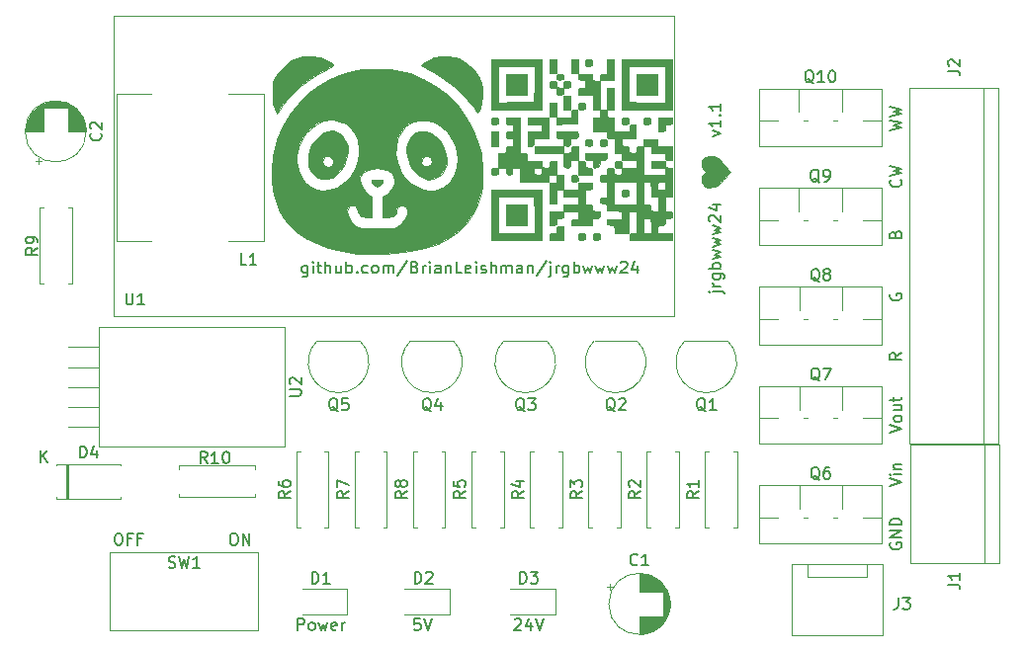
<source format=gbr>
%TF.GenerationSoftware,KiCad,Pcbnew,5.1.10-88a1d61d58~90~ubuntu20.04.1*%
%TF.CreationDate,2021-10-16T18:09:50-04:00*%
%TF.ProjectId,jrgbwww24,6a726762-7777-4773-9234-2e6b69636164,rev?*%
%TF.SameCoordinates,Original*%
%TF.FileFunction,Legend,Top*%
%TF.FilePolarity,Positive*%
%FSLAX46Y46*%
G04 Gerber Fmt 4.6, Leading zero omitted, Abs format (unit mm)*
G04 Created by KiCad (PCBNEW 5.1.10-88a1d61d58~90~ubuntu20.04.1) date 2021-10-16 18:09:50*
%MOMM*%
%LPD*%
G01*
G04 APERTURE LIST*
%ADD10C,0.150000*%
%ADD11C,0.120000*%
%ADD12C,0.010000*%
G04 APERTURE END LIST*
D10*
X150285714Y-85238095D02*
X151142857Y-85238095D01*
X151238095Y-85285714D01*
X151285714Y-85380952D01*
X151285714Y-85428571D01*
X149952380Y-85238095D02*
X150000000Y-85285714D01*
X150047619Y-85238095D01*
X150000000Y-85190476D01*
X149952380Y-85238095D01*
X150047619Y-85238095D01*
X150952380Y-84761904D02*
X150285714Y-84761904D01*
X150476190Y-84761904D02*
X150380952Y-84714285D01*
X150333333Y-84666666D01*
X150285714Y-84571428D01*
X150285714Y-84476190D01*
X150285714Y-83714285D02*
X151095238Y-83714285D01*
X151190476Y-83761904D01*
X151238095Y-83809523D01*
X151285714Y-83904761D01*
X151285714Y-84047619D01*
X151238095Y-84142857D01*
X150904761Y-83714285D02*
X150952380Y-83809523D01*
X150952380Y-84000000D01*
X150904761Y-84095238D01*
X150857142Y-84142857D01*
X150761904Y-84190476D01*
X150476190Y-84190476D01*
X150380952Y-84142857D01*
X150333333Y-84095238D01*
X150285714Y-84000000D01*
X150285714Y-83809523D01*
X150333333Y-83714285D01*
X150952380Y-83238095D02*
X149952380Y-83238095D01*
X150333333Y-83238095D02*
X150285714Y-83142857D01*
X150285714Y-82952380D01*
X150333333Y-82857142D01*
X150380952Y-82809523D01*
X150476190Y-82761904D01*
X150761904Y-82761904D01*
X150857142Y-82809523D01*
X150904761Y-82857142D01*
X150952380Y-82952380D01*
X150952380Y-83142857D01*
X150904761Y-83238095D01*
X150285714Y-82428571D02*
X150952380Y-82238095D01*
X150476190Y-82047619D01*
X150952380Y-81857142D01*
X150285714Y-81666666D01*
X150285714Y-81380952D02*
X150952380Y-81190476D01*
X150476190Y-81000000D01*
X150952380Y-80809523D01*
X150285714Y-80619047D01*
X150285714Y-80333333D02*
X150952380Y-80142857D01*
X150476190Y-79952380D01*
X150952380Y-79761904D01*
X150285714Y-79571428D01*
X150047619Y-79238095D02*
X150000000Y-79190476D01*
X149952380Y-79095238D01*
X149952380Y-78857142D01*
X150000000Y-78761904D01*
X150047619Y-78714285D01*
X150142857Y-78666666D01*
X150238095Y-78666666D01*
X150380952Y-78714285D01*
X150952380Y-79285714D01*
X150952380Y-78666666D01*
X150285714Y-77809523D02*
X150952380Y-77809523D01*
X149904761Y-78047619D02*
X150619047Y-78285714D01*
X150619047Y-77666666D01*
X165452380Y-71400000D02*
X166452380Y-71161904D01*
X165738095Y-70971428D01*
X166452380Y-70780952D01*
X165452380Y-70542857D01*
X165452380Y-70257142D02*
X166452380Y-70019047D01*
X165738095Y-69828571D01*
X166452380Y-69638095D01*
X165452380Y-69400000D01*
X166357142Y-75661904D02*
X166404761Y-75709523D01*
X166452380Y-75852380D01*
X166452380Y-75947619D01*
X166404761Y-76090476D01*
X166309523Y-76185714D01*
X166214285Y-76233333D01*
X166023809Y-76280952D01*
X165880952Y-76280952D01*
X165690476Y-76233333D01*
X165595238Y-76185714D01*
X165500000Y-76090476D01*
X165452380Y-75947619D01*
X165452380Y-75852380D01*
X165500000Y-75709523D01*
X165547619Y-75661904D01*
X165452380Y-75328571D02*
X166452380Y-75090476D01*
X165738095Y-74900000D01*
X166452380Y-74709523D01*
X165452380Y-74471428D01*
X165928571Y-80328571D02*
X165976190Y-80185714D01*
X166023809Y-80138095D01*
X166119047Y-80090476D01*
X166261904Y-80090476D01*
X166357142Y-80138095D01*
X166404761Y-80185714D01*
X166452380Y-80280952D01*
X166452380Y-80661904D01*
X165452380Y-80661904D01*
X165452380Y-80328571D01*
X165500000Y-80233333D01*
X165547619Y-80185714D01*
X165642857Y-80138095D01*
X165738095Y-80138095D01*
X165833333Y-80185714D01*
X165880952Y-80233333D01*
X165928571Y-80328571D01*
X165928571Y-80661904D01*
X165500000Y-85438095D02*
X165452380Y-85533333D01*
X165452380Y-85676190D01*
X165500000Y-85819047D01*
X165595238Y-85914285D01*
X165690476Y-85961904D01*
X165880952Y-86009523D01*
X166023809Y-86009523D01*
X166214285Y-85961904D01*
X166309523Y-85914285D01*
X166404761Y-85819047D01*
X166452380Y-85676190D01*
X166452380Y-85580952D01*
X166404761Y-85438095D01*
X166357142Y-85390476D01*
X166023809Y-85390476D01*
X166023809Y-85580952D01*
X166452380Y-90490476D02*
X165976190Y-90823809D01*
X166452380Y-91061904D02*
X165452380Y-91061904D01*
X165452380Y-90680952D01*
X165500000Y-90585714D01*
X165547619Y-90538095D01*
X165642857Y-90490476D01*
X165785714Y-90490476D01*
X165880952Y-90538095D01*
X165928571Y-90585714D01*
X165976190Y-90680952D01*
X165976190Y-91061904D01*
X165452380Y-97323809D02*
X166452380Y-96990476D01*
X165452380Y-96657142D01*
X166452380Y-96180952D02*
X166404761Y-96276190D01*
X166357142Y-96323809D01*
X166261904Y-96371428D01*
X165976190Y-96371428D01*
X165880952Y-96323809D01*
X165833333Y-96276190D01*
X165785714Y-96180952D01*
X165785714Y-96038095D01*
X165833333Y-95942857D01*
X165880952Y-95895238D01*
X165976190Y-95847619D01*
X166261904Y-95847619D01*
X166357142Y-95895238D01*
X166404761Y-95942857D01*
X166452380Y-96038095D01*
X166452380Y-96180952D01*
X165785714Y-94990476D02*
X166452380Y-94990476D01*
X165785714Y-95419047D02*
X166309523Y-95419047D01*
X166404761Y-95371428D01*
X166452380Y-95276190D01*
X166452380Y-95133333D01*
X166404761Y-95038095D01*
X166357142Y-94990476D01*
X165785714Y-94657142D02*
X165785714Y-94276190D01*
X165452380Y-94514285D02*
X166309523Y-94514285D01*
X166404761Y-94466666D01*
X166452380Y-94371428D01*
X166452380Y-94276190D01*
X165452380Y-101923809D02*
X166452380Y-101590476D01*
X165452380Y-101257142D01*
X166452380Y-100923809D02*
X165785714Y-100923809D01*
X165452380Y-100923809D02*
X165500000Y-100971428D01*
X165547619Y-100923809D01*
X165500000Y-100876190D01*
X165452380Y-100923809D01*
X165547619Y-100923809D01*
X165785714Y-100447619D02*
X166452380Y-100447619D01*
X165880952Y-100447619D02*
X165833333Y-100400000D01*
X165785714Y-100304761D01*
X165785714Y-100161904D01*
X165833333Y-100066666D01*
X165928571Y-100019047D01*
X166452380Y-100019047D01*
X165500000Y-106761904D02*
X165452380Y-106857142D01*
X165452380Y-107000000D01*
X165500000Y-107142857D01*
X165595238Y-107238095D01*
X165690476Y-107285714D01*
X165880952Y-107333333D01*
X166023809Y-107333333D01*
X166214285Y-107285714D01*
X166309523Y-107238095D01*
X166404761Y-107142857D01*
X166452380Y-107000000D01*
X166452380Y-106904761D01*
X166404761Y-106761904D01*
X166357142Y-106714285D01*
X166023809Y-106714285D01*
X166023809Y-106904761D01*
X166452380Y-106285714D02*
X165452380Y-106285714D01*
X166452380Y-105714285D01*
X165452380Y-105714285D01*
X166452380Y-105238095D02*
X165452380Y-105238095D01*
X165452380Y-105000000D01*
X165500000Y-104857142D01*
X165595238Y-104761904D01*
X165690476Y-104714285D01*
X165880952Y-104666666D01*
X166023809Y-104666666D01*
X166214285Y-104714285D01*
X166309523Y-104761904D01*
X166404761Y-104857142D01*
X166452380Y-105000000D01*
X166452380Y-105238095D01*
X115571428Y-82985714D02*
X115571428Y-83795238D01*
X115523809Y-83890476D01*
X115476190Y-83938095D01*
X115380952Y-83985714D01*
X115238095Y-83985714D01*
X115142857Y-83938095D01*
X115571428Y-83604761D02*
X115476190Y-83652380D01*
X115285714Y-83652380D01*
X115190476Y-83604761D01*
X115142857Y-83557142D01*
X115095238Y-83461904D01*
X115095238Y-83176190D01*
X115142857Y-83080952D01*
X115190476Y-83033333D01*
X115285714Y-82985714D01*
X115476190Y-82985714D01*
X115571428Y-83033333D01*
X116047619Y-83652380D02*
X116047619Y-82985714D01*
X116047619Y-82652380D02*
X116000000Y-82700000D01*
X116047619Y-82747619D01*
X116095238Y-82700000D01*
X116047619Y-82652380D01*
X116047619Y-82747619D01*
X116380952Y-82985714D02*
X116761904Y-82985714D01*
X116523809Y-82652380D02*
X116523809Y-83509523D01*
X116571428Y-83604761D01*
X116666666Y-83652380D01*
X116761904Y-83652380D01*
X117095238Y-83652380D02*
X117095238Y-82652380D01*
X117523809Y-83652380D02*
X117523809Y-83128571D01*
X117476190Y-83033333D01*
X117380952Y-82985714D01*
X117238095Y-82985714D01*
X117142857Y-83033333D01*
X117095238Y-83080952D01*
X118428571Y-82985714D02*
X118428571Y-83652380D01*
X118000000Y-82985714D02*
X118000000Y-83509523D01*
X118047619Y-83604761D01*
X118142857Y-83652380D01*
X118285714Y-83652380D01*
X118380952Y-83604761D01*
X118428571Y-83557142D01*
X118904761Y-83652380D02*
X118904761Y-82652380D01*
X118904761Y-83033333D02*
X119000000Y-82985714D01*
X119190476Y-82985714D01*
X119285714Y-83033333D01*
X119333333Y-83080952D01*
X119380952Y-83176190D01*
X119380952Y-83461904D01*
X119333333Y-83557142D01*
X119285714Y-83604761D01*
X119190476Y-83652380D01*
X119000000Y-83652380D01*
X118904761Y-83604761D01*
X119809523Y-83557142D02*
X119857142Y-83604761D01*
X119809523Y-83652380D01*
X119761904Y-83604761D01*
X119809523Y-83557142D01*
X119809523Y-83652380D01*
X120714285Y-83604761D02*
X120619047Y-83652380D01*
X120428571Y-83652380D01*
X120333333Y-83604761D01*
X120285714Y-83557142D01*
X120238095Y-83461904D01*
X120238095Y-83176190D01*
X120285714Y-83080952D01*
X120333333Y-83033333D01*
X120428571Y-82985714D01*
X120619047Y-82985714D01*
X120714285Y-83033333D01*
X121285714Y-83652380D02*
X121190476Y-83604761D01*
X121142857Y-83557142D01*
X121095238Y-83461904D01*
X121095238Y-83176190D01*
X121142857Y-83080952D01*
X121190476Y-83033333D01*
X121285714Y-82985714D01*
X121428571Y-82985714D01*
X121523809Y-83033333D01*
X121571428Y-83080952D01*
X121619047Y-83176190D01*
X121619047Y-83461904D01*
X121571428Y-83557142D01*
X121523809Y-83604761D01*
X121428571Y-83652380D01*
X121285714Y-83652380D01*
X122047619Y-83652380D02*
X122047619Y-82985714D01*
X122047619Y-83080952D02*
X122095238Y-83033333D01*
X122190476Y-82985714D01*
X122333333Y-82985714D01*
X122428571Y-83033333D01*
X122476190Y-83128571D01*
X122476190Y-83652380D01*
X122476190Y-83128571D02*
X122523809Y-83033333D01*
X122619047Y-82985714D01*
X122761904Y-82985714D01*
X122857142Y-83033333D01*
X122904761Y-83128571D01*
X122904761Y-83652380D01*
X124095238Y-82604761D02*
X123238095Y-83890476D01*
X124761904Y-83128571D02*
X124904761Y-83176190D01*
X124952380Y-83223809D01*
X125000000Y-83319047D01*
X125000000Y-83461904D01*
X124952380Y-83557142D01*
X124904761Y-83604761D01*
X124809523Y-83652380D01*
X124428571Y-83652380D01*
X124428571Y-82652380D01*
X124761904Y-82652380D01*
X124857142Y-82700000D01*
X124904761Y-82747619D01*
X124952380Y-82842857D01*
X124952380Y-82938095D01*
X124904761Y-83033333D01*
X124857142Y-83080952D01*
X124761904Y-83128571D01*
X124428571Y-83128571D01*
X125428571Y-83652380D02*
X125428571Y-82985714D01*
X125428571Y-83176190D02*
X125476190Y-83080952D01*
X125523809Y-83033333D01*
X125619047Y-82985714D01*
X125714285Y-82985714D01*
X126047619Y-83652380D02*
X126047619Y-82985714D01*
X126047619Y-82652380D02*
X126000000Y-82700000D01*
X126047619Y-82747619D01*
X126095238Y-82700000D01*
X126047619Y-82652380D01*
X126047619Y-82747619D01*
X126952380Y-83652380D02*
X126952380Y-83128571D01*
X126904761Y-83033333D01*
X126809523Y-82985714D01*
X126619047Y-82985714D01*
X126523809Y-83033333D01*
X126952380Y-83604761D02*
X126857142Y-83652380D01*
X126619047Y-83652380D01*
X126523809Y-83604761D01*
X126476190Y-83509523D01*
X126476190Y-83414285D01*
X126523809Y-83319047D01*
X126619047Y-83271428D01*
X126857142Y-83271428D01*
X126952380Y-83223809D01*
X127428571Y-82985714D02*
X127428571Y-83652380D01*
X127428571Y-83080952D02*
X127476190Y-83033333D01*
X127571428Y-82985714D01*
X127714285Y-82985714D01*
X127809523Y-83033333D01*
X127857142Y-83128571D01*
X127857142Y-83652380D01*
X128809523Y-83652380D02*
X128333333Y-83652380D01*
X128333333Y-82652380D01*
X129523809Y-83604761D02*
X129428571Y-83652380D01*
X129238095Y-83652380D01*
X129142857Y-83604761D01*
X129095238Y-83509523D01*
X129095238Y-83128571D01*
X129142857Y-83033333D01*
X129238095Y-82985714D01*
X129428571Y-82985714D01*
X129523809Y-83033333D01*
X129571428Y-83128571D01*
X129571428Y-83223809D01*
X129095238Y-83319047D01*
X130000000Y-83652380D02*
X130000000Y-82985714D01*
X130000000Y-82652380D02*
X129952380Y-82700000D01*
X130000000Y-82747619D01*
X130047619Y-82700000D01*
X130000000Y-82652380D01*
X130000000Y-82747619D01*
X130428571Y-83604761D02*
X130523809Y-83652380D01*
X130714285Y-83652380D01*
X130809523Y-83604761D01*
X130857142Y-83509523D01*
X130857142Y-83461904D01*
X130809523Y-83366666D01*
X130714285Y-83319047D01*
X130571428Y-83319047D01*
X130476190Y-83271428D01*
X130428571Y-83176190D01*
X130428571Y-83128571D01*
X130476190Y-83033333D01*
X130571428Y-82985714D01*
X130714285Y-82985714D01*
X130809523Y-83033333D01*
X131285714Y-83652380D02*
X131285714Y-82652380D01*
X131714285Y-83652380D02*
X131714285Y-83128571D01*
X131666666Y-83033333D01*
X131571428Y-82985714D01*
X131428571Y-82985714D01*
X131333333Y-83033333D01*
X131285714Y-83080952D01*
X132190476Y-83652380D02*
X132190476Y-82985714D01*
X132190476Y-83080952D02*
X132238095Y-83033333D01*
X132333333Y-82985714D01*
X132476190Y-82985714D01*
X132571428Y-83033333D01*
X132619047Y-83128571D01*
X132619047Y-83652380D01*
X132619047Y-83128571D02*
X132666666Y-83033333D01*
X132761904Y-82985714D01*
X132904761Y-82985714D01*
X133000000Y-83033333D01*
X133047619Y-83128571D01*
X133047619Y-83652380D01*
X133952380Y-83652380D02*
X133952380Y-83128571D01*
X133904761Y-83033333D01*
X133809523Y-82985714D01*
X133619047Y-82985714D01*
X133523809Y-83033333D01*
X133952380Y-83604761D02*
X133857142Y-83652380D01*
X133619047Y-83652380D01*
X133523809Y-83604761D01*
X133476190Y-83509523D01*
X133476190Y-83414285D01*
X133523809Y-83319047D01*
X133619047Y-83271428D01*
X133857142Y-83271428D01*
X133952380Y-83223809D01*
X134428571Y-82985714D02*
X134428571Y-83652380D01*
X134428571Y-83080952D02*
X134476190Y-83033333D01*
X134571428Y-82985714D01*
X134714285Y-82985714D01*
X134809523Y-83033333D01*
X134857142Y-83128571D01*
X134857142Y-83652380D01*
X136047619Y-82604761D02*
X135190476Y-83890476D01*
X136380952Y-82985714D02*
X136380952Y-83842857D01*
X136333333Y-83938095D01*
X136238095Y-83985714D01*
X136190476Y-83985714D01*
X136380952Y-82652380D02*
X136333333Y-82700000D01*
X136380952Y-82747619D01*
X136428571Y-82700000D01*
X136380952Y-82652380D01*
X136380952Y-82747619D01*
X136857142Y-83652380D02*
X136857142Y-82985714D01*
X136857142Y-83176190D02*
X136904761Y-83080952D01*
X136952380Y-83033333D01*
X137047619Y-82985714D01*
X137142857Y-82985714D01*
X137904761Y-82985714D02*
X137904761Y-83795238D01*
X137857142Y-83890476D01*
X137809523Y-83938095D01*
X137714285Y-83985714D01*
X137571428Y-83985714D01*
X137476190Y-83938095D01*
X137904761Y-83604761D02*
X137809523Y-83652380D01*
X137619047Y-83652380D01*
X137523809Y-83604761D01*
X137476190Y-83557142D01*
X137428571Y-83461904D01*
X137428571Y-83176190D01*
X137476190Y-83080952D01*
X137523809Y-83033333D01*
X137619047Y-82985714D01*
X137809523Y-82985714D01*
X137904761Y-83033333D01*
X138380952Y-83652380D02*
X138380952Y-82652380D01*
X138380952Y-83033333D02*
X138476190Y-82985714D01*
X138666666Y-82985714D01*
X138761904Y-83033333D01*
X138809523Y-83080952D01*
X138857142Y-83176190D01*
X138857142Y-83461904D01*
X138809523Y-83557142D01*
X138761904Y-83604761D01*
X138666666Y-83652380D01*
X138476190Y-83652380D01*
X138380952Y-83604761D01*
X139190476Y-82985714D02*
X139380952Y-83652380D01*
X139571428Y-83176190D01*
X139761904Y-83652380D01*
X139952380Y-82985714D01*
X140238095Y-82985714D02*
X140428571Y-83652380D01*
X140619047Y-83176190D01*
X140809523Y-83652380D01*
X141000000Y-82985714D01*
X141285714Y-82985714D02*
X141476190Y-83652380D01*
X141666666Y-83176190D01*
X141857142Y-83652380D01*
X142047619Y-82985714D01*
X142380952Y-82747619D02*
X142428571Y-82700000D01*
X142523809Y-82652380D01*
X142761904Y-82652380D01*
X142857142Y-82700000D01*
X142904761Y-82747619D01*
X142952380Y-82842857D01*
X142952380Y-82938095D01*
X142904761Y-83080952D01*
X142333333Y-83652380D01*
X142952380Y-83652380D01*
X143809523Y-82985714D02*
X143809523Y-83652380D01*
X143571428Y-82604761D02*
X143333333Y-83319047D01*
X143952380Y-83319047D01*
X133309523Y-113347619D02*
X133357142Y-113300000D01*
X133452380Y-113252380D01*
X133690476Y-113252380D01*
X133785714Y-113300000D01*
X133833333Y-113347619D01*
X133880952Y-113442857D01*
X133880952Y-113538095D01*
X133833333Y-113680952D01*
X133261904Y-114252380D01*
X133880952Y-114252380D01*
X134738095Y-113585714D02*
X134738095Y-114252380D01*
X134500000Y-113204761D02*
X134261904Y-113919047D01*
X134880952Y-113919047D01*
X135119047Y-113252380D02*
X135452380Y-114252380D01*
X135785714Y-113252380D01*
X125209523Y-113252380D02*
X124733333Y-113252380D01*
X124685714Y-113728571D01*
X124733333Y-113680952D01*
X124828571Y-113633333D01*
X125066666Y-113633333D01*
X125161904Y-113680952D01*
X125209523Y-113728571D01*
X125257142Y-113823809D01*
X125257142Y-114061904D01*
X125209523Y-114157142D01*
X125161904Y-114204761D01*
X125066666Y-114252380D01*
X124828571Y-114252380D01*
X124733333Y-114204761D01*
X124685714Y-114157142D01*
X125542857Y-113252380D02*
X125876190Y-114252380D01*
X126209523Y-113252380D01*
X114723809Y-114252380D02*
X114723809Y-113252380D01*
X115104761Y-113252380D01*
X115200000Y-113300000D01*
X115247619Y-113347619D01*
X115295238Y-113442857D01*
X115295238Y-113585714D01*
X115247619Y-113680952D01*
X115200000Y-113728571D01*
X115104761Y-113776190D01*
X114723809Y-113776190D01*
X115866666Y-114252380D02*
X115771428Y-114204761D01*
X115723809Y-114157142D01*
X115676190Y-114061904D01*
X115676190Y-113776190D01*
X115723809Y-113680952D01*
X115771428Y-113633333D01*
X115866666Y-113585714D01*
X116009523Y-113585714D01*
X116104761Y-113633333D01*
X116152380Y-113680952D01*
X116200000Y-113776190D01*
X116200000Y-114061904D01*
X116152380Y-114157142D01*
X116104761Y-114204761D01*
X116009523Y-114252380D01*
X115866666Y-114252380D01*
X116533333Y-113585714D02*
X116723809Y-114252380D01*
X116914285Y-113776190D01*
X117104761Y-114252380D01*
X117295238Y-113585714D01*
X118057142Y-114204761D02*
X117961904Y-114252380D01*
X117771428Y-114252380D01*
X117676190Y-114204761D01*
X117628571Y-114109523D01*
X117628571Y-113728571D01*
X117676190Y-113633333D01*
X117771428Y-113585714D01*
X117961904Y-113585714D01*
X118057142Y-113633333D01*
X118104761Y-113728571D01*
X118104761Y-113823809D01*
X117628571Y-113919047D01*
X118533333Y-114252380D02*
X118533333Y-113585714D01*
X118533333Y-113776190D02*
X118580952Y-113680952D01*
X118628571Y-113633333D01*
X118723809Y-113585714D01*
X118819047Y-113585714D01*
X150285714Y-71928571D02*
X150952380Y-71690476D01*
X150285714Y-71452380D01*
X150952380Y-70547619D02*
X150952380Y-71119047D01*
X150952380Y-70833333D02*
X149952380Y-70833333D01*
X150095238Y-70928571D01*
X150190476Y-71023809D01*
X150238095Y-71119047D01*
X150857142Y-70119047D02*
X150904761Y-70071428D01*
X150952380Y-70119047D01*
X150904761Y-70166666D01*
X150857142Y-70119047D01*
X150952380Y-70119047D01*
X150952380Y-69119047D02*
X150952380Y-69690476D01*
X150952380Y-69404761D02*
X149952380Y-69404761D01*
X150095238Y-69500000D01*
X150190476Y-69595238D01*
X150238095Y-69690476D01*
D11*
%TO.C,Q5*%
X120068478Y-89461522D02*
G75*
G02*
X118230000Y-93900000I-1838478J-1838478D01*
G01*
X116391522Y-89461522D02*
G75*
G03*
X118230000Y-93900000I1838478J-1838478D01*
G01*
X120030000Y-89450000D02*
X116430000Y-89450000D01*
%TO.C,Q4*%
X128068478Y-89461522D02*
G75*
G02*
X126230000Y-93900000I-1838478J-1838478D01*
G01*
X124391522Y-89461522D02*
G75*
G03*
X126230000Y-93900000I1838478J-1838478D01*
G01*
X128030000Y-89450000D02*
X124430000Y-89450000D01*
%TO.C,Q3*%
X136068478Y-89461522D02*
G75*
G02*
X134230000Y-93900000I-1838478J-1838478D01*
G01*
X132391522Y-89461522D02*
G75*
G03*
X134230000Y-93900000I1838478J-1838478D01*
G01*
X136030000Y-89450000D02*
X132430000Y-89450000D01*
%TO.C,Q2*%
X143798478Y-89461522D02*
G75*
G02*
X141960000Y-93900000I-1838478J-1838478D01*
G01*
X140121522Y-89461522D02*
G75*
G03*
X141960000Y-93900000I1838478J-1838478D01*
G01*
X143760000Y-89450000D02*
X140160000Y-89450000D01*
%TO.C,Q1*%
X151568478Y-89461522D02*
G75*
G02*
X149730000Y-93900000I-1838478J-1838478D01*
G01*
X147891522Y-89461522D02*
G75*
G03*
X149730000Y-93900000I1838478J-1838478D01*
G01*
X151530000Y-89450000D02*
X147930000Y-89450000D01*
%TO.C,J3*%
X164850000Y-108600000D02*
X164850000Y-114650000D01*
X164850000Y-114650000D02*
X157050000Y-114650000D01*
X157050000Y-114650000D02*
X157050000Y-108600000D01*
X157050000Y-108600000D02*
X164850000Y-108600000D01*
X163500000Y-108700000D02*
X163500000Y-109710000D01*
X163500000Y-109710000D02*
X158420000Y-109710000D01*
X158420000Y-109710000D02*
X158420000Y-108700000D01*
D12*
%TO.C,G\u002A\u002A\u002A*%
G36*
X149380353Y-73965809D02*
G01*
X149430092Y-73881495D01*
X149683228Y-73681452D01*
X150025079Y-73608867D01*
X150360084Y-73652473D01*
X150592279Y-73746125D01*
X150836734Y-73917790D01*
X151129185Y-74194180D01*
X151239282Y-74309681D01*
X151472175Y-74567084D01*
X151652524Y-74783067D01*
X151753969Y-74925255D01*
X151766897Y-74957667D01*
X151712372Y-75053254D01*
X151566370Y-75238076D01*
X151355251Y-75479761D01*
X151239282Y-75605653D01*
X150923808Y-75921387D01*
X150667820Y-76123808D01*
X150435581Y-76239629D01*
X150360084Y-76262861D01*
X149967381Y-76303858D01*
X149637287Y-76210967D01*
X149430092Y-76033838D01*
X149332300Y-75792918D01*
X149324367Y-75501674D01*
X149401580Y-75237610D01*
X149485314Y-75125811D01*
X149655961Y-74971378D01*
X149485314Y-74789732D01*
X149356372Y-74548001D01*
X149319737Y-74246262D01*
X149380353Y-73965809D01*
G37*
X149380353Y-73965809D02*
X149430092Y-73881495D01*
X149683228Y-73681452D01*
X150025079Y-73608867D01*
X150360084Y-73652473D01*
X150592279Y-73746125D01*
X150836734Y-73917790D01*
X151129185Y-74194180D01*
X151239282Y-74309681D01*
X151472175Y-74567084D01*
X151652524Y-74783067D01*
X151753969Y-74925255D01*
X151766897Y-74957667D01*
X151712372Y-75053254D01*
X151566370Y-75238076D01*
X151355251Y-75479761D01*
X151239282Y-75605653D01*
X150923808Y-75921387D01*
X150667820Y-76123808D01*
X150435581Y-76239629D01*
X150360084Y-76262861D01*
X149967381Y-76303858D01*
X149637287Y-76210967D01*
X149430092Y-76033838D01*
X149332300Y-75792918D01*
X149324367Y-75501674D01*
X149401580Y-75237610D01*
X149485314Y-75125811D01*
X149655961Y-74971378D01*
X149485314Y-74789732D01*
X149356372Y-74548001D01*
X149319737Y-74246262D01*
X149380353Y-73965809D01*
D11*
%TO.C,U2*%
X97690000Y-88279000D02*
X97690000Y-98520000D01*
X113580000Y-88279000D02*
X113580000Y-98520000D01*
X113580000Y-88279000D02*
X97690000Y-88279000D01*
X113580000Y-98520000D02*
X97690000Y-98520000D01*
X97690000Y-90000000D02*
X95050000Y-90000000D01*
X97690000Y-91700000D02*
X95050000Y-91700000D01*
X97690000Y-93400000D02*
X95050000Y-93400000D01*
X97690000Y-95100000D02*
X95050000Y-95100000D01*
X97690000Y-96800000D02*
X95050000Y-96800000D01*
%TO.C,SW1*%
X111350000Y-114302000D02*
X98650000Y-114302000D01*
X98650000Y-114302000D02*
X98650000Y-107571000D01*
X98650000Y-107571000D02*
X111350000Y-107571000D01*
X111350000Y-107571000D02*
X111350000Y-114302000D01*
%TO.C,R10*%
X104540000Y-100460000D02*
X104540000Y-100130000D01*
X104540000Y-100130000D02*
X111080000Y-100130000D01*
X111080000Y-100130000D02*
X111080000Y-100460000D01*
X104540000Y-102540000D02*
X104540000Y-102870000D01*
X104540000Y-102870000D02*
X111080000Y-102870000D01*
X111080000Y-102870000D02*
X111080000Y-102540000D01*
%TO.C,R9*%
X95040000Y-78040000D02*
X95370000Y-78040000D01*
X95370000Y-78040000D02*
X95370000Y-84580000D01*
X95370000Y-84580000D02*
X95040000Y-84580000D01*
X92960000Y-78040000D02*
X92630000Y-78040000D01*
X92630000Y-78040000D02*
X92630000Y-84580000D01*
X92630000Y-84580000D02*
X92960000Y-84580000D01*
%TO.C,L1*%
X102200000Y-80900000D02*
X99200000Y-80900000D01*
X99200000Y-80900000D02*
X99200000Y-68300000D01*
X99200000Y-68300000D02*
X102200000Y-68300000D01*
X108800000Y-68300000D02*
X111800000Y-68300000D01*
X111800000Y-68300000D02*
X111800000Y-80900000D01*
X111800000Y-80900000D02*
X108800000Y-80900000D01*
%TO.C,J1*%
X173540000Y-98380000D02*
X173540000Y-108540000D01*
X174810000Y-98380000D02*
X167190000Y-98380000D01*
X167190000Y-98380000D02*
X167190000Y-108540000D01*
X167190000Y-108540000D02*
X174810000Y-108540000D01*
X174810000Y-108540000D02*
X174810000Y-98380000D01*
%TO.C,D4*%
X94090000Y-100160000D02*
X94090000Y-100030000D01*
X94090000Y-100030000D02*
X99530000Y-100030000D01*
X99530000Y-100030000D02*
X99530000Y-100160000D01*
X94090000Y-102840000D02*
X94090000Y-102970000D01*
X94090000Y-102970000D02*
X99530000Y-102970000D01*
X99530000Y-102970000D02*
X99530000Y-102840000D01*
X94990000Y-100030000D02*
X94990000Y-102970000D01*
X95110000Y-100030000D02*
X95110000Y-102970000D01*
X94870000Y-100030000D02*
X94870000Y-102970000D01*
%TO.C,C2*%
X96620000Y-71500000D02*
G75*
G03*
X96620000Y-71500000I-2620000J0D01*
G01*
X95040000Y-71500000D02*
X96580000Y-71500000D01*
X91420000Y-71500000D02*
X92960000Y-71500000D01*
X95040000Y-71460000D02*
X96580000Y-71460000D01*
X91420000Y-71460000D02*
X92960000Y-71460000D01*
X91421000Y-71420000D02*
X92960000Y-71420000D01*
X95040000Y-71420000D02*
X96579000Y-71420000D01*
X91422000Y-71380000D02*
X92960000Y-71380000D01*
X95040000Y-71380000D02*
X96578000Y-71380000D01*
X91424000Y-71340000D02*
X92960000Y-71340000D01*
X95040000Y-71340000D02*
X96576000Y-71340000D01*
X91427000Y-71300000D02*
X92960000Y-71300000D01*
X95040000Y-71300000D02*
X96573000Y-71300000D01*
X91431000Y-71260000D02*
X92960000Y-71260000D01*
X95040000Y-71260000D02*
X96569000Y-71260000D01*
X91435000Y-71220000D02*
X92960000Y-71220000D01*
X95040000Y-71220000D02*
X96565000Y-71220000D01*
X91439000Y-71180000D02*
X92960000Y-71180000D01*
X95040000Y-71180000D02*
X96561000Y-71180000D01*
X91444000Y-71140000D02*
X92960000Y-71140000D01*
X95040000Y-71140000D02*
X96556000Y-71140000D01*
X91450000Y-71100000D02*
X92960000Y-71100000D01*
X95040000Y-71100000D02*
X96550000Y-71100000D01*
X91457000Y-71060000D02*
X92960000Y-71060000D01*
X95040000Y-71060000D02*
X96543000Y-71060000D01*
X91464000Y-71020000D02*
X92960000Y-71020000D01*
X95040000Y-71020000D02*
X96536000Y-71020000D01*
X91472000Y-70980000D02*
X92960000Y-70980000D01*
X95040000Y-70980000D02*
X96528000Y-70980000D01*
X91480000Y-70940000D02*
X92960000Y-70940000D01*
X95040000Y-70940000D02*
X96520000Y-70940000D01*
X91489000Y-70900000D02*
X92960000Y-70900000D01*
X95040000Y-70900000D02*
X96511000Y-70900000D01*
X91499000Y-70860000D02*
X92960000Y-70860000D01*
X95040000Y-70860000D02*
X96501000Y-70860000D01*
X91509000Y-70820000D02*
X92960000Y-70820000D01*
X95040000Y-70820000D02*
X96491000Y-70820000D01*
X91520000Y-70779000D02*
X92960000Y-70779000D01*
X95040000Y-70779000D02*
X96480000Y-70779000D01*
X91532000Y-70739000D02*
X92960000Y-70739000D01*
X95040000Y-70739000D02*
X96468000Y-70739000D01*
X91545000Y-70699000D02*
X92960000Y-70699000D01*
X95040000Y-70699000D02*
X96455000Y-70699000D01*
X91558000Y-70659000D02*
X92960000Y-70659000D01*
X95040000Y-70659000D02*
X96442000Y-70659000D01*
X91572000Y-70619000D02*
X92960000Y-70619000D01*
X95040000Y-70619000D02*
X96428000Y-70619000D01*
X91586000Y-70579000D02*
X92960000Y-70579000D01*
X95040000Y-70579000D02*
X96414000Y-70579000D01*
X91602000Y-70539000D02*
X92960000Y-70539000D01*
X95040000Y-70539000D02*
X96398000Y-70539000D01*
X91618000Y-70499000D02*
X92960000Y-70499000D01*
X95040000Y-70499000D02*
X96382000Y-70499000D01*
X91635000Y-70459000D02*
X92960000Y-70459000D01*
X95040000Y-70459000D02*
X96365000Y-70459000D01*
X91652000Y-70419000D02*
X92960000Y-70419000D01*
X95040000Y-70419000D02*
X96348000Y-70419000D01*
X91671000Y-70379000D02*
X92960000Y-70379000D01*
X95040000Y-70379000D02*
X96329000Y-70379000D01*
X91690000Y-70339000D02*
X92960000Y-70339000D01*
X95040000Y-70339000D02*
X96310000Y-70339000D01*
X91710000Y-70299000D02*
X92960000Y-70299000D01*
X95040000Y-70299000D02*
X96290000Y-70299000D01*
X91732000Y-70259000D02*
X92960000Y-70259000D01*
X95040000Y-70259000D02*
X96268000Y-70259000D01*
X91753000Y-70219000D02*
X92960000Y-70219000D01*
X95040000Y-70219000D02*
X96247000Y-70219000D01*
X91776000Y-70179000D02*
X92960000Y-70179000D01*
X95040000Y-70179000D02*
X96224000Y-70179000D01*
X91800000Y-70139000D02*
X92960000Y-70139000D01*
X95040000Y-70139000D02*
X96200000Y-70139000D01*
X91825000Y-70099000D02*
X92960000Y-70099000D01*
X95040000Y-70099000D02*
X96175000Y-70099000D01*
X91851000Y-70059000D02*
X92960000Y-70059000D01*
X95040000Y-70059000D02*
X96149000Y-70059000D01*
X91878000Y-70019000D02*
X92960000Y-70019000D01*
X95040000Y-70019000D02*
X96122000Y-70019000D01*
X91905000Y-69979000D02*
X92960000Y-69979000D01*
X95040000Y-69979000D02*
X96095000Y-69979000D01*
X91935000Y-69939000D02*
X92960000Y-69939000D01*
X95040000Y-69939000D02*
X96065000Y-69939000D01*
X91965000Y-69899000D02*
X92960000Y-69899000D01*
X95040000Y-69899000D02*
X96035000Y-69899000D01*
X91996000Y-69859000D02*
X92960000Y-69859000D01*
X95040000Y-69859000D02*
X96004000Y-69859000D01*
X92029000Y-69819000D02*
X92960000Y-69819000D01*
X95040000Y-69819000D02*
X95971000Y-69819000D01*
X92063000Y-69779000D02*
X92960000Y-69779000D01*
X95040000Y-69779000D02*
X95937000Y-69779000D01*
X92099000Y-69739000D02*
X92960000Y-69739000D01*
X95040000Y-69739000D02*
X95901000Y-69739000D01*
X92136000Y-69699000D02*
X92960000Y-69699000D01*
X95040000Y-69699000D02*
X95864000Y-69699000D01*
X92174000Y-69659000D02*
X92960000Y-69659000D01*
X95040000Y-69659000D02*
X95826000Y-69659000D01*
X92215000Y-69619000D02*
X92960000Y-69619000D01*
X95040000Y-69619000D02*
X95785000Y-69619000D01*
X92257000Y-69579000D02*
X92960000Y-69579000D01*
X95040000Y-69579000D02*
X95743000Y-69579000D01*
X92301000Y-69539000D02*
X92960000Y-69539000D01*
X95040000Y-69539000D02*
X95699000Y-69539000D01*
X92347000Y-69499000D02*
X92960000Y-69499000D01*
X95040000Y-69499000D02*
X95653000Y-69499000D01*
X92395000Y-69459000D02*
X95605000Y-69459000D01*
X92446000Y-69419000D02*
X95554000Y-69419000D01*
X92500000Y-69379000D02*
X95500000Y-69379000D01*
X92557000Y-69339000D02*
X95443000Y-69339000D01*
X92617000Y-69299000D02*
X95383000Y-69299000D01*
X92681000Y-69259000D02*
X95319000Y-69259000D01*
X92749000Y-69219000D02*
X95251000Y-69219000D01*
X92822000Y-69179000D02*
X95178000Y-69179000D01*
X92902000Y-69139000D02*
X95098000Y-69139000D01*
X92989000Y-69099000D02*
X95011000Y-69099000D01*
X93085000Y-69059000D02*
X94915000Y-69059000D01*
X93195000Y-69019000D02*
X94805000Y-69019000D01*
X93323000Y-68979000D02*
X94677000Y-68979000D01*
X93482000Y-68939000D02*
X94518000Y-68939000D01*
X93716000Y-68899000D02*
X94284000Y-68899000D01*
X92525000Y-74304775D02*
X92525000Y-73804775D01*
X92275000Y-74054775D02*
X92775000Y-74054775D01*
%TO.C,C1*%
X146620000Y-112000000D02*
G75*
G03*
X146620000Y-112000000I-2620000J0D01*
G01*
X144000000Y-113040000D02*
X144000000Y-114580000D01*
X144000000Y-109420000D02*
X144000000Y-110960000D01*
X144040000Y-113040000D02*
X144040000Y-114580000D01*
X144040000Y-109420000D02*
X144040000Y-110960000D01*
X144080000Y-109421000D02*
X144080000Y-110960000D01*
X144080000Y-113040000D02*
X144080000Y-114579000D01*
X144120000Y-109422000D02*
X144120000Y-110960000D01*
X144120000Y-113040000D02*
X144120000Y-114578000D01*
X144160000Y-109424000D02*
X144160000Y-110960000D01*
X144160000Y-113040000D02*
X144160000Y-114576000D01*
X144200000Y-109427000D02*
X144200000Y-110960000D01*
X144200000Y-113040000D02*
X144200000Y-114573000D01*
X144240000Y-109431000D02*
X144240000Y-110960000D01*
X144240000Y-113040000D02*
X144240000Y-114569000D01*
X144280000Y-109435000D02*
X144280000Y-110960000D01*
X144280000Y-113040000D02*
X144280000Y-114565000D01*
X144320000Y-109439000D02*
X144320000Y-110960000D01*
X144320000Y-113040000D02*
X144320000Y-114561000D01*
X144360000Y-109444000D02*
X144360000Y-110960000D01*
X144360000Y-113040000D02*
X144360000Y-114556000D01*
X144400000Y-109450000D02*
X144400000Y-110960000D01*
X144400000Y-113040000D02*
X144400000Y-114550000D01*
X144440000Y-109457000D02*
X144440000Y-110960000D01*
X144440000Y-113040000D02*
X144440000Y-114543000D01*
X144480000Y-109464000D02*
X144480000Y-110960000D01*
X144480000Y-113040000D02*
X144480000Y-114536000D01*
X144520000Y-109472000D02*
X144520000Y-110960000D01*
X144520000Y-113040000D02*
X144520000Y-114528000D01*
X144560000Y-109480000D02*
X144560000Y-110960000D01*
X144560000Y-113040000D02*
X144560000Y-114520000D01*
X144600000Y-109489000D02*
X144600000Y-110960000D01*
X144600000Y-113040000D02*
X144600000Y-114511000D01*
X144640000Y-109499000D02*
X144640000Y-110960000D01*
X144640000Y-113040000D02*
X144640000Y-114501000D01*
X144680000Y-109509000D02*
X144680000Y-110960000D01*
X144680000Y-113040000D02*
X144680000Y-114491000D01*
X144721000Y-109520000D02*
X144721000Y-110960000D01*
X144721000Y-113040000D02*
X144721000Y-114480000D01*
X144761000Y-109532000D02*
X144761000Y-110960000D01*
X144761000Y-113040000D02*
X144761000Y-114468000D01*
X144801000Y-109545000D02*
X144801000Y-110960000D01*
X144801000Y-113040000D02*
X144801000Y-114455000D01*
X144841000Y-109558000D02*
X144841000Y-110960000D01*
X144841000Y-113040000D02*
X144841000Y-114442000D01*
X144881000Y-109572000D02*
X144881000Y-110960000D01*
X144881000Y-113040000D02*
X144881000Y-114428000D01*
X144921000Y-109586000D02*
X144921000Y-110960000D01*
X144921000Y-113040000D02*
X144921000Y-114414000D01*
X144961000Y-109602000D02*
X144961000Y-110960000D01*
X144961000Y-113040000D02*
X144961000Y-114398000D01*
X145001000Y-109618000D02*
X145001000Y-110960000D01*
X145001000Y-113040000D02*
X145001000Y-114382000D01*
X145041000Y-109635000D02*
X145041000Y-110960000D01*
X145041000Y-113040000D02*
X145041000Y-114365000D01*
X145081000Y-109652000D02*
X145081000Y-110960000D01*
X145081000Y-113040000D02*
X145081000Y-114348000D01*
X145121000Y-109671000D02*
X145121000Y-110960000D01*
X145121000Y-113040000D02*
X145121000Y-114329000D01*
X145161000Y-109690000D02*
X145161000Y-110960000D01*
X145161000Y-113040000D02*
X145161000Y-114310000D01*
X145201000Y-109710000D02*
X145201000Y-110960000D01*
X145201000Y-113040000D02*
X145201000Y-114290000D01*
X145241000Y-109732000D02*
X145241000Y-110960000D01*
X145241000Y-113040000D02*
X145241000Y-114268000D01*
X145281000Y-109753000D02*
X145281000Y-110960000D01*
X145281000Y-113040000D02*
X145281000Y-114247000D01*
X145321000Y-109776000D02*
X145321000Y-110960000D01*
X145321000Y-113040000D02*
X145321000Y-114224000D01*
X145361000Y-109800000D02*
X145361000Y-110960000D01*
X145361000Y-113040000D02*
X145361000Y-114200000D01*
X145401000Y-109825000D02*
X145401000Y-110960000D01*
X145401000Y-113040000D02*
X145401000Y-114175000D01*
X145441000Y-109851000D02*
X145441000Y-110960000D01*
X145441000Y-113040000D02*
X145441000Y-114149000D01*
X145481000Y-109878000D02*
X145481000Y-110960000D01*
X145481000Y-113040000D02*
X145481000Y-114122000D01*
X145521000Y-109905000D02*
X145521000Y-110960000D01*
X145521000Y-113040000D02*
X145521000Y-114095000D01*
X145561000Y-109935000D02*
X145561000Y-110960000D01*
X145561000Y-113040000D02*
X145561000Y-114065000D01*
X145601000Y-109965000D02*
X145601000Y-110960000D01*
X145601000Y-113040000D02*
X145601000Y-114035000D01*
X145641000Y-109996000D02*
X145641000Y-110960000D01*
X145641000Y-113040000D02*
X145641000Y-114004000D01*
X145681000Y-110029000D02*
X145681000Y-110960000D01*
X145681000Y-113040000D02*
X145681000Y-113971000D01*
X145721000Y-110063000D02*
X145721000Y-110960000D01*
X145721000Y-113040000D02*
X145721000Y-113937000D01*
X145761000Y-110099000D02*
X145761000Y-110960000D01*
X145761000Y-113040000D02*
X145761000Y-113901000D01*
X145801000Y-110136000D02*
X145801000Y-110960000D01*
X145801000Y-113040000D02*
X145801000Y-113864000D01*
X145841000Y-110174000D02*
X145841000Y-110960000D01*
X145841000Y-113040000D02*
X145841000Y-113826000D01*
X145881000Y-110215000D02*
X145881000Y-110960000D01*
X145881000Y-113040000D02*
X145881000Y-113785000D01*
X145921000Y-110257000D02*
X145921000Y-110960000D01*
X145921000Y-113040000D02*
X145921000Y-113743000D01*
X145961000Y-110301000D02*
X145961000Y-110960000D01*
X145961000Y-113040000D02*
X145961000Y-113699000D01*
X146001000Y-110347000D02*
X146001000Y-110960000D01*
X146001000Y-113040000D02*
X146001000Y-113653000D01*
X146041000Y-110395000D02*
X146041000Y-113605000D01*
X146081000Y-110446000D02*
X146081000Y-113554000D01*
X146121000Y-110500000D02*
X146121000Y-113500000D01*
X146161000Y-110557000D02*
X146161000Y-113443000D01*
X146201000Y-110617000D02*
X146201000Y-113383000D01*
X146241000Y-110681000D02*
X146241000Y-113319000D01*
X146281000Y-110749000D02*
X146281000Y-113251000D01*
X146321000Y-110822000D02*
X146321000Y-113178000D01*
X146361000Y-110902000D02*
X146361000Y-113098000D01*
X146401000Y-110989000D02*
X146401000Y-113011000D01*
X146441000Y-111085000D02*
X146441000Y-112915000D01*
X146481000Y-111195000D02*
X146481000Y-112805000D01*
X146521000Y-111323000D02*
X146521000Y-112677000D01*
X146561000Y-111482000D02*
X146561000Y-112518000D01*
X146601000Y-111716000D02*
X146601000Y-112284000D01*
X141195225Y-110525000D02*
X141695225Y-110525000D01*
X141445225Y-110275000D02*
X141445225Y-110775000D01*
D12*
%TO.C,G\u002A\u002A\u002A*%
G36*
X135613334Y-80789334D02*
G01*
X131295334Y-80789334D01*
X131295334Y-80196667D01*
X131888000Y-80196667D01*
X135024487Y-80196667D01*
X135001410Y-78651500D01*
X134978334Y-77106334D01*
X131888000Y-77060180D01*
X131888000Y-80196667D01*
X131295334Y-80196667D01*
X131295334Y-76471334D01*
X135613334Y-76471334D01*
X135613334Y-80789334D01*
G37*
X135613334Y-80789334D02*
X131295334Y-80789334D01*
X131295334Y-80196667D01*
X131888000Y-80196667D01*
X135024487Y-80196667D01*
X135001410Y-78651500D01*
X134978334Y-77106334D01*
X131888000Y-77060180D01*
X131888000Y-80196667D01*
X131295334Y-80196667D01*
X131295334Y-76471334D01*
X135613334Y-76471334D01*
X135613334Y-80789334D01*
G36*
X137476000Y-80789334D02*
G01*
X136290667Y-80789334D01*
X136290667Y-80493000D01*
X136303773Y-80294388D01*
X136377720Y-80212936D01*
X136564445Y-80196704D01*
X136587000Y-80196667D01*
X136785612Y-80183560D01*
X136867064Y-80109614D01*
X136883297Y-79922889D01*
X136883334Y-79900334D01*
X136896440Y-79701722D01*
X136970386Y-79620269D01*
X137157111Y-79604037D01*
X137179667Y-79604000D01*
X137476000Y-79604000D01*
X137476000Y-80789334D01*
G37*
X137476000Y-80789334D02*
X136290667Y-80789334D01*
X136290667Y-80493000D01*
X136303773Y-80294388D01*
X136377720Y-80212936D01*
X136564445Y-80196704D01*
X136587000Y-80196667D01*
X136785612Y-80183560D01*
X136867064Y-80109614D01*
X136883297Y-79922889D01*
X136883334Y-79900334D01*
X136896440Y-79701722D01*
X136970386Y-79620269D01*
X137157111Y-79604037D01*
X137179667Y-79604000D01*
X137476000Y-79604000D01*
X137476000Y-80789334D01*
G36*
X139240945Y-80209773D02*
G01*
X139322398Y-80283720D01*
X139338630Y-80470445D01*
X139338667Y-80493000D01*
X139325560Y-80691612D01*
X139251614Y-80773064D01*
X139064889Y-80789297D01*
X139042334Y-80789334D01*
X138843722Y-80776227D01*
X138762269Y-80702281D01*
X138746037Y-80515556D01*
X138746000Y-80493000D01*
X138759107Y-80294388D01*
X138833053Y-80212936D01*
X139019778Y-80196704D01*
X139042334Y-80196667D01*
X139240945Y-80209773D01*
G37*
X139240945Y-80209773D02*
X139322398Y-80283720D01*
X139338630Y-80470445D01*
X139338667Y-80493000D01*
X139325560Y-80691612D01*
X139251614Y-80773064D01*
X139064889Y-80789297D01*
X139042334Y-80789334D01*
X138843722Y-80776227D01*
X138762269Y-80702281D01*
X138746037Y-80515556D01*
X138746000Y-80493000D01*
X138759107Y-80294388D01*
X138833053Y-80212936D01*
X139019778Y-80196704D01*
X139042334Y-80196667D01*
X139240945Y-80209773D01*
G36*
X140510945Y-80209773D02*
G01*
X140592398Y-80283720D01*
X140608630Y-80470445D01*
X140608667Y-80493000D01*
X140595560Y-80691612D01*
X140521614Y-80773064D01*
X140334889Y-80789297D01*
X140312334Y-80789334D01*
X140113722Y-80776227D01*
X140032269Y-80702281D01*
X140016037Y-80515556D01*
X140016000Y-80493000D01*
X140029107Y-80294388D01*
X140103053Y-80212936D01*
X140289778Y-80196704D01*
X140312334Y-80196667D01*
X140510945Y-80209773D01*
G37*
X140510945Y-80209773D02*
X140592398Y-80283720D01*
X140608630Y-80470445D01*
X140608667Y-80493000D01*
X140595560Y-80691612D01*
X140521614Y-80773064D01*
X140334889Y-80789297D01*
X140312334Y-80789334D01*
X140113722Y-80776227D01*
X140032269Y-80702281D01*
X140016037Y-80515556D01*
X140016000Y-80493000D01*
X140029107Y-80294388D01*
X140103053Y-80212936D01*
X140289778Y-80196704D01*
X140312334Y-80196667D01*
X140510945Y-80209773D01*
G36*
X139931334Y-66861667D02*
G01*
X139941586Y-67051399D01*
X140004891Y-67135716D01*
X140170068Y-67157338D01*
X140270000Y-67158000D01*
X140608667Y-67158000D01*
X140608667Y-69613334D01*
X141195605Y-69613334D01*
X141243667Y-67793000D01*
X141518834Y-67766469D01*
X141794000Y-67739938D01*
X141794000Y-69613334D01*
X141497667Y-69613334D01*
X141307935Y-69623586D01*
X141223617Y-69686891D01*
X141201996Y-69852068D01*
X141201334Y-69952000D01*
X141210305Y-70168836D01*
X141265696Y-70265200D01*
X141410226Y-70289910D01*
X141497667Y-70290667D01*
X141794000Y-70290667D01*
X141794000Y-71476000D01*
X143148667Y-71476000D01*
X143148667Y-71179667D01*
X143162826Y-70980572D01*
X143234646Y-70898911D01*
X143402667Y-70883334D01*
X143656667Y-70883334D01*
X143656667Y-72068667D01*
X142471334Y-72068667D01*
X142471334Y-72407334D01*
X142480305Y-72624170D01*
X142535696Y-72720533D01*
X142680226Y-72745243D01*
X142767667Y-72746000D01*
X142966279Y-72759107D01*
X143047731Y-72833053D01*
X143063963Y-73019778D01*
X143064000Y-73042334D01*
X143074253Y-73232065D01*
X143137558Y-73316383D01*
X143302734Y-73338004D01*
X143402667Y-73338667D01*
X143619503Y-73329696D01*
X143715866Y-73274304D01*
X143740576Y-73129774D01*
X143741334Y-73042334D01*
X143754440Y-72843722D01*
X143828386Y-72762269D01*
X144015111Y-72746037D01*
X144037667Y-72746000D01*
X144236279Y-72732894D01*
X144317731Y-72658947D01*
X144333963Y-72472222D01*
X144334000Y-72449667D01*
X144334000Y-72153334D01*
X145519334Y-72153334D01*
X145519334Y-72746000D01*
X146789334Y-72746000D01*
X146789334Y-73931334D01*
X146493000Y-73931334D01*
X146294388Y-73918227D01*
X146212936Y-73844281D01*
X146196704Y-73657556D01*
X146196667Y-73635000D01*
X146196667Y-73338667D01*
X145011334Y-73338667D01*
X145011334Y-73042334D01*
X145001081Y-72852602D01*
X144937776Y-72768284D01*
X144772599Y-72746663D01*
X144672667Y-72746000D01*
X144334000Y-72746000D01*
X144334000Y-75201334D01*
X146196667Y-75201334D01*
X146196667Y-74608667D01*
X145011334Y-74608667D01*
X145011334Y-74016000D01*
X146196667Y-74016000D01*
X146196667Y-74312334D01*
X146209773Y-74510945D01*
X146283720Y-74592398D01*
X146470445Y-74608630D01*
X146493000Y-74608667D01*
X146789334Y-74608667D01*
X146789334Y-77064000D01*
X146196667Y-77064000D01*
X146196667Y-78334000D01*
X146493000Y-78334000D01*
X146691612Y-78347107D01*
X146773064Y-78421053D01*
X146789297Y-78607778D01*
X146789334Y-78630334D01*
X146776227Y-78828945D01*
X146702281Y-78910398D01*
X146515556Y-78926630D01*
X146493000Y-78926667D01*
X146294352Y-78939881D01*
X146212882Y-79013521D01*
X146196696Y-79198586D01*
X146196667Y-79217889D01*
X146183146Y-79409910D01*
X146109125Y-79497710D01*
X145924416Y-79531476D01*
X145879167Y-79535389D01*
X145669550Y-79566257D01*
X145574461Y-79648174D01*
X145539134Y-79835905D01*
X145535389Y-79879167D01*
X145509112Y-80196667D01*
X146789334Y-80196667D01*
X146789334Y-80789334D01*
X143148667Y-80789334D01*
X143148667Y-80493000D01*
X143161773Y-80294388D01*
X143235720Y-80212936D01*
X143422445Y-80196704D01*
X143445000Y-80196667D01*
X143741334Y-80196667D01*
X144334000Y-80196667D01*
X145018752Y-80196667D01*
X144993876Y-79582834D01*
X144969000Y-78969000D01*
X144651500Y-78942723D01*
X144334000Y-78916445D01*
X144334000Y-80196667D01*
X143741334Y-80196667D01*
X143741334Y-78334000D01*
X143064000Y-78334000D01*
X143064000Y-80196667D01*
X141888889Y-80196667D01*
X141862611Y-79879167D01*
X141831743Y-79669550D01*
X141749826Y-79574461D01*
X141562096Y-79539134D01*
X141518834Y-79535389D01*
X141309849Y-79504324D01*
X141220564Y-79429689D01*
X141201347Y-79268471D01*
X141201334Y-79260223D01*
X141201334Y-79011334D01*
X142471334Y-79011334D01*
X142471334Y-78341419D01*
X141857500Y-78316543D01*
X141243667Y-78291667D01*
X141217389Y-77974167D01*
X141187762Y-77766040D01*
X141166880Y-77741334D01*
X141788454Y-77741334D01*
X143741334Y-77741334D01*
X144334000Y-77741334D01*
X144630334Y-77741334D01*
X144828945Y-77754440D01*
X144910398Y-77828386D01*
X144926630Y-78015111D01*
X144926667Y-78037667D01*
X144936920Y-78227399D01*
X145000224Y-78311716D01*
X145165401Y-78333338D01*
X145265334Y-78334000D01*
X145604000Y-78334000D01*
X145604000Y-77064000D01*
X145018752Y-77064000D01*
X144994734Y-76471334D01*
X145509112Y-76471334D01*
X146196667Y-76471334D01*
X146196667Y-75783778D01*
X145879167Y-75810056D01*
X145669550Y-75840924D01*
X145574461Y-75922841D01*
X145539134Y-76110571D01*
X145535389Y-76153834D01*
X145509112Y-76471334D01*
X144994734Y-76471334D01*
X144969000Y-75836334D01*
X144334000Y-75783778D01*
X144334000Y-77741334D01*
X143741334Y-77741334D01*
X143741334Y-75788454D01*
X141836334Y-75836334D01*
X141788454Y-77741334D01*
X141166880Y-77741334D01*
X141112498Y-77676997D01*
X140941409Y-77656850D01*
X140899889Y-77656667D01*
X140703046Y-77641861D01*
X140623213Y-77567387D01*
X140608667Y-77402667D01*
X140625186Y-77232014D01*
X140708976Y-77162019D01*
X140905000Y-77148667D01*
X141201334Y-77148667D01*
X141201334Y-75794000D01*
X140905000Y-75794000D01*
X140706388Y-75780894D01*
X140624936Y-75706947D01*
X140608704Y-75520222D01*
X140608667Y-75497667D01*
X140621773Y-75299055D01*
X140695720Y-75217603D01*
X140882445Y-75201370D01*
X140905000Y-75201334D01*
X141103612Y-75188227D01*
X141185064Y-75114281D01*
X141201297Y-74927556D01*
X141201334Y-74905000D01*
X141214440Y-74706388D01*
X141288386Y-74624936D01*
X141475111Y-74608704D01*
X141497667Y-74608667D01*
X141696279Y-74621773D01*
X141777731Y-74695720D01*
X141793963Y-74882445D01*
X141794000Y-74905000D01*
X141804253Y-75094732D01*
X141867558Y-75179050D01*
X142032734Y-75200671D01*
X142132667Y-75201334D01*
X142349503Y-75192362D01*
X142445866Y-75136971D01*
X142470576Y-74992441D01*
X142471334Y-74905000D01*
X142458227Y-74706388D01*
X142384281Y-74624936D01*
X142197556Y-74608704D01*
X142175000Y-74608667D01*
X141976388Y-74595560D01*
X141894936Y-74521614D01*
X141878704Y-74334889D01*
X141878667Y-74312334D01*
X141891773Y-74113722D01*
X141965720Y-74032269D01*
X142152445Y-74016037D01*
X142175000Y-74016000D01*
X142373612Y-74029107D01*
X142455064Y-74103053D01*
X142471297Y-74289778D01*
X142471334Y-74312334D01*
X142471334Y-74608667D01*
X143741334Y-74608667D01*
X143741334Y-73931334D01*
X142471334Y-73931334D01*
X142471334Y-73635000D01*
X142458227Y-73436388D01*
X142384281Y-73354936D01*
X142197556Y-73338704D01*
X142175000Y-73338667D01*
X141878667Y-73338667D01*
X141878667Y-72068667D01*
X141540000Y-72068667D01*
X141323164Y-72059696D01*
X141226801Y-72004304D01*
X141202091Y-71859774D01*
X141201334Y-71772334D01*
X141201334Y-71476000D01*
X140016000Y-71476000D01*
X140016000Y-70290667D01*
X140312334Y-70290667D01*
X140502065Y-70280414D01*
X140586383Y-70217109D01*
X140608004Y-70051933D01*
X140608667Y-69952000D01*
X140599696Y-69735164D01*
X140544304Y-69638801D01*
X140399774Y-69614091D01*
X140312334Y-69613334D01*
X140016000Y-69613334D01*
X140016000Y-68343334D01*
X138746000Y-68343334D01*
X138746000Y-68047000D01*
X138759107Y-67848388D01*
X138833053Y-67766936D01*
X139019778Y-67750704D01*
X139042334Y-67750667D01*
X139232065Y-67740414D01*
X139316383Y-67677109D01*
X139338004Y-67511933D01*
X139338667Y-67412000D01*
X139329696Y-67195164D01*
X139274304Y-67098801D01*
X139129774Y-67074091D01*
X139042334Y-67073334D01*
X138843239Y-67059174D01*
X138761578Y-66987354D01*
X138746000Y-66819334D01*
X138746000Y-66565334D01*
X139931334Y-66565334D01*
X139931334Y-66861667D01*
G37*
X139931334Y-66861667D02*
X139941586Y-67051399D01*
X140004891Y-67135716D01*
X140170068Y-67157338D01*
X140270000Y-67158000D01*
X140608667Y-67158000D01*
X140608667Y-69613334D01*
X141195605Y-69613334D01*
X141243667Y-67793000D01*
X141518834Y-67766469D01*
X141794000Y-67739938D01*
X141794000Y-69613334D01*
X141497667Y-69613334D01*
X141307935Y-69623586D01*
X141223617Y-69686891D01*
X141201996Y-69852068D01*
X141201334Y-69952000D01*
X141210305Y-70168836D01*
X141265696Y-70265200D01*
X141410226Y-70289910D01*
X141497667Y-70290667D01*
X141794000Y-70290667D01*
X141794000Y-71476000D01*
X143148667Y-71476000D01*
X143148667Y-71179667D01*
X143162826Y-70980572D01*
X143234646Y-70898911D01*
X143402667Y-70883334D01*
X143656667Y-70883334D01*
X143656667Y-72068667D01*
X142471334Y-72068667D01*
X142471334Y-72407334D01*
X142480305Y-72624170D01*
X142535696Y-72720533D01*
X142680226Y-72745243D01*
X142767667Y-72746000D01*
X142966279Y-72759107D01*
X143047731Y-72833053D01*
X143063963Y-73019778D01*
X143064000Y-73042334D01*
X143074253Y-73232065D01*
X143137558Y-73316383D01*
X143302734Y-73338004D01*
X143402667Y-73338667D01*
X143619503Y-73329696D01*
X143715866Y-73274304D01*
X143740576Y-73129774D01*
X143741334Y-73042334D01*
X143754440Y-72843722D01*
X143828386Y-72762269D01*
X144015111Y-72746037D01*
X144037667Y-72746000D01*
X144236279Y-72732894D01*
X144317731Y-72658947D01*
X144333963Y-72472222D01*
X144334000Y-72449667D01*
X144334000Y-72153334D01*
X145519334Y-72153334D01*
X145519334Y-72746000D01*
X146789334Y-72746000D01*
X146789334Y-73931334D01*
X146493000Y-73931334D01*
X146294388Y-73918227D01*
X146212936Y-73844281D01*
X146196704Y-73657556D01*
X146196667Y-73635000D01*
X146196667Y-73338667D01*
X145011334Y-73338667D01*
X145011334Y-73042334D01*
X145001081Y-72852602D01*
X144937776Y-72768284D01*
X144772599Y-72746663D01*
X144672667Y-72746000D01*
X144334000Y-72746000D01*
X144334000Y-75201334D01*
X146196667Y-75201334D01*
X146196667Y-74608667D01*
X145011334Y-74608667D01*
X145011334Y-74016000D01*
X146196667Y-74016000D01*
X146196667Y-74312334D01*
X146209773Y-74510945D01*
X146283720Y-74592398D01*
X146470445Y-74608630D01*
X146493000Y-74608667D01*
X146789334Y-74608667D01*
X146789334Y-77064000D01*
X146196667Y-77064000D01*
X146196667Y-78334000D01*
X146493000Y-78334000D01*
X146691612Y-78347107D01*
X146773064Y-78421053D01*
X146789297Y-78607778D01*
X146789334Y-78630334D01*
X146776227Y-78828945D01*
X146702281Y-78910398D01*
X146515556Y-78926630D01*
X146493000Y-78926667D01*
X146294352Y-78939881D01*
X146212882Y-79013521D01*
X146196696Y-79198586D01*
X146196667Y-79217889D01*
X146183146Y-79409910D01*
X146109125Y-79497710D01*
X145924416Y-79531476D01*
X145879167Y-79535389D01*
X145669550Y-79566257D01*
X145574461Y-79648174D01*
X145539134Y-79835905D01*
X145535389Y-79879167D01*
X145509112Y-80196667D01*
X146789334Y-80196667D01*
X146789334Y-80789334D01*
X143148667Y-80789334D01*
X143148667Y-80493000D01*
X143161773Y-80294388D01*
X143235720Y-80212936D01*
X143422445Y-80196704D01*
X143445000Y-80196667D01*
X143741334Y-80196667D01*
X144334000Y-80196667D01*
X145018752Y-80196667D01*
X144993876Y-79582834D01*
X144969000Y-78969000D01*
X144651500Y-78942723D01*
X144334000Y-78916445D01*
X144334000Y-80196667D01*
X143741334Y-80196667D01*
X143741334Y-78334000D01*
X143064000Y-78334000D01*
X143064000Y-80196667D01*
X141888889Y-80196667D01*
X141862611Y-79879167D01*
X141831743Y-79669550D01*
X141749826Y-79574461D01*
X141562096Y-79539134D01*
X141518834Y-79535389D01*
X141309849Y-79504324D01*
X141220564Y-79429689D01*
X141201347Y-79268471D01*
X141201334Y-79260223D01*
X141201334Y-79011334D01*
X142471334Y-79011334D01*
X142471334Y-78341419D01*
X141857500Y-78316543D01*
X141243667Y-78291667D01*
X141217389Y-77974167D01*
X141187762Y-77766040D01*
X141166880Y-77741334D01*
X141788454Y-77741334D01*
X143741334Y-77741334D01*
X144334000Y-77741334D01*
X144630334Y-77741334D01*
X144828945Y-77754440D01*
X144910398Y-77828386D01*
X144926630Y-78015111D01*
X144926667Y-78037667D01*
X144936920Y-78227399D01*
X145000224Y-78311716D01*
X145165401Y-78333338D01*
X145265334Y-78334000D01*
X145604000Y-78334000D01*
X145604000Y-77064000D01*
X145018752Y-77064000D01*
X144994734Y-76471334D01*
X145509112Y-76471334D01*
X146196667Y-76471334D01*
X146196667Y-75783778D01*
X145879167Y-75810056D01*
X145669550Y-75840924D01*
X145574461Y-75922841D01*
X145539134Y-76110571D01*
X145535389Y-76153834D01*
X145509112Y-76471334D01*
X144994734Y-76471334D01*
X144969000Y-75836334D01*
X144334000Y-75783778D01*
X144334000Y-77741334D01*
X143741334Y-77741334D01*
X143741334Y-75788454D01*
X141836334Y-75836334D01*
X141788454Y-77741334D01*
X141166880Y-77741334D01*
X141112498Y-77676997D01*
X140941409Y-77656850D01*
X140899889Y-77656667D01*
X140703046Y-77641861D01*
X140623213Y-77567387D01*
X140608667Y-77402667D01*
X140625186Y-77232014D01*
X140708976Y-77162019D01*
X140905000Y-77148667D01*
X141201334Y-77148667D01*
X141201334Y-75794000D01*
X140905000Y-75794000D01*
X140706388Y-75780894D01*
X140624936Y-75706947D01*
X140608704Y-75520222D01*
X140608667Y-75497667D01*
X140621773Y-75299055D01*
X140695720Y-75217603D01*
X140882445Y-75201370D01*
X140905000Y-75201334D01*
X141103612Y-75188227D01*
X141185064Y-75114281D01*
X141201297Y-74927556D01*
X141201334Y-74905000D01*
X141214440Y-74706388D01*
X141288386Y-74624936D01*
X141475111Y-74608704D01*
X141497667Y-74608667D01*
X141696279Y-74621773D01*
X141777731Y-74695720D01*
X141793963Y-74882445D01*
X141794000Y-74905000D01*
X141804253Y-75094732D01*
X141867558Y-75179050D01*
X142032734Y-75200671D01*
X142132667Y-75201334D01*
X142349503Y-75192362D01*
X142445866Y-75136971D01*
X142470576Y-74992441D01*
X142471334Y-74905000D01*
X142458227Y-74706388D01*
X142384281Y-74624936D01*
X142197556Y-74608704D01*
X142175000Y-74608667D01*
X141976388Y-74595560D01*
X141894936Y-74521614D01*
X141878704Y-74334889D01*
X141878667Y-74312334D01*
X141891773Y-74113722D01*
X141965720Y-74032269D01*
X142152445Y-74016037D01*
X142175000Y-74016000D01*
X142373612Y-74029107D01*
X142455064Y-74103053D01*
X142471297Y-74289778D01*
X142471334Y-74312334D01*
X142471334Y-74608667D01*
X143741334Y-74608667D01*
X143741334Y-73931334D01*
X142471334Y-73931334D01*
X142471334Y-73635000D01*
X142458227Y-73436388D01*
X142384281Y-73354936D01*
X142197556Y-73338704D01*
X142175000Y-73338667D01*
X141878667Y-73338667D01*
X141878667Y-72068667D01*
X141540000Y-72068667D01*
X141323164Y-72059696D01*
X141226801Y-72004304D01*
X141202091Y-71859774D01*
X141201334Y-71772334D01*
X141201334Y-71476000D01*
X140016000Y-71476000D01*
X140016000Y-70290667D01*
X140312334Y-70290667D01*
X140502065Y-70280414D01*
X140586383Y-70217109D01*
X140608004Y-70051933D01*
X140608667Y-69952000D01*
X140599696Y-69735164D01*
X140544304Y-69638801D01*
X140399774Y-69614091D01*
X140312334Y-69613334D01*
X140016000Y-69613334D01*
X140016000Y-68343334D01*
X138746000Y-68343334D01*
X138746000Y-68047000D01*
X138759107Y-67848388D01*
X138833053Y-67766936D01*
X139019778Y-67750704D01*
X139042334Y-67750667D01*
X139232065Y-67740414D01*
X139316383Y-67677109D01*
X139338004Y-67511933D01*
X139338667Y-67412000D01*
X139329696Y-67195164D01*
X139274304Y-67098801D01*
X139129774Y-67074091D01*
X139042334Y-67073334D01*
X138843239Y-67059174D01*
X138761578Y-66987354D01*
X138746000Y-66819334D01*
X138746000Y-66565334D01*
X139931334Y-66565334D01*
X139931334Y-66861667D01*
G36*
X137476000Y-77741334D02*
G01*
X138746000Y-77741334D01*
X138746000Y-77064000D01*
X137476000Y-77064000D01*
X137476000Y-76767667D01*
X137462894Y-76569055D01*
X137388947Y-76487603D01*
X137202222Y-76471370D01*
X137179667Y-76471334D01*
X136883334Y-76471334D01*
X136883334Y-77656667D01*
X136290667Y-77656667D01*
X136290667Y-75878667D01*
X136587000Y-75878667D01*
X136776732Y-75868414D01*
X136861050Y-75805109D01*
X136882671Y-75639933D01*
X136883334Y-75540000D01*
X136883334Y-75201334D01*
X137476000Y-75201334D01*
X137476000Y-76471334D01*
X138746000Y-76471334D01*
X138746000Y-75878667D01*
X139931334Y-75878667D01*
X139931334Y-76175000D01*
X139918227Y-76373612D01*
X139844281Y-76455064D01*
X139657556Y-76471297D01*
X139635000Y-76471334D01*
X139338667Y-76471334D01*
X139338667Y-77741334D01*
X139635000Y-77741334D01*
X139833612Y-77754440D01*
X139915064Y-77828386D01*
X139931297Y-78015111D01*
X139931334Y-78037667D01*
X139941586Y-78227399D01*
X140004891Y-78311716D01*
X140170068Y-78333338D01*
X140270000Y-78334000D01*
X140486836Y-78342971D01*
X140583200Y-78398363D01*
X140607910Y-78542893D01*
X140608667Y-78630334D01*
X140598414Y-78820065D01*
X140535109Y-78904383D01*
X140369933Y-78926004D01*
X140270000Y-78926667D01*
X140053164Y-78935638D01*
X139956801Y-78991030D01*
X139932091Y-79135559D01*
X139931334Y-79223000D01*
X139931334Y-79519334D01*
X138153334Y-79519334D01*
X138153334Y-79265334D01*
X138169853Y-79094681D01*
X138253643Y-79024686D01*
X138449667Y-79011334D01*
X138639399Y-79001081D01*
X138723716Y-78937776D01*
X138745338Y-78772599D01*
X138746000Y-78672667D01*
X138746000Y-78334000D01*
X137476000Y-78334000D01*
X137476000Y-77741334D01*
G37*
X137476000Y-77741334D02*
X138746000Y-77741334D01*
X138746000Y-77064000D01*
X137476000Y-77064000D01*
X137476000Y-76767667D01*
X137462894Y-76569055D01*
X137388947Y-76487603D01*
X137202222Y-76471370D01*
X137179667Y-76471334D01*
X136883334Y-76471334D01*
X136883334Y-77656667D01*
X136290667Y-77656667D01*
X136290667Y-75878667D01*
X136587000Y-75878667D01*
X136776732Y-75868414D01*
X136861050Y-75805109D01*
X136882671Y-75639933D01*
X136883334Y-75540000D01*
X136883334Y-75201334D01*
X137476000Y-75201334D01*
X137476000Y-76471334D01*
X138746000Y-76471334D01*
X138746000Y-75878667D01*
X139931334Y-75878667D01*
X139931334Y-76175000D01*
X139918227Y-76373612D01*
X139844281Y-76455064D01*
X139657556Y-76471297D01*
X139635000Y-76471334D01*
X139338667Y-76471334D01*
X139338667Y-77741334D01*
X139635000Y-77741334D01*
X139833612Y-77754440D01*
X139915064Y-77828386D01*
X139931297Y-78015111D01*
X139931334Y-78037667D01*
X139941586Y-78227399D01*
X140004891Y-78311716D01*
X140170068Y-78333338D01*
X140270000Y-78334000D01*
X140486836Y-78342971D01*
X140583200Y-78398363D01*
X140607910Y-78542893D01*
X140608667Y-78630334D01*
X140598414Y-78820065D01*
X140535109Y-78904383D01*
X140369933Y-78926004D01*
X140270000Y-78926667D01*
X140053164Y-78935638D01*
X139956801Y-78991030D01*
X139932091Y-79135559D01*
X139931334Y-79223000D01*
X139931334Y-79519334D01*
X138153334Y-79519334D01*
X138153334Y-79265334D01*
X138169853Y-79094681D01*
X138253643Y-79024686D01*
X138449667Y-79011334D01*
X138639399Y-79001081D01*
X138723716Y-78937776D01*
X138745338Y-78772599D01*
X138746000Y-78672667D01*
X138746000Y-78334000D01*
X137476000Y-78334000D01*
X137476000Y-77741334D01*
G36*
X133750667Y-73338667D02*
G01*
X134047000Y-73338667D01*
X134236732Y-73348920D01*
X134321050Y-73412224D01*
X134342671Y-73577401D01*
X134343334Y-73677334D01*
X134343334Y-74016000D01*
X135613334Y-74016000D01*
X135613334Y-74312334D01*
X135623586Y-74502065D01*
X135686891Y-74586383D01*
X135852068Y-74608004D01*
X135952000Y-74608667D01*
X136168836Y-74599696D01*
X136265200Y-74544304D01*
X136289910Y-74399774D01*
X136290667Y-74312334D01*
X136303773Y-74113722D01*
X136377720Y-74032269D01*
X136564445Y-74016037D01*
X136587000Y-74016000D01*
X136883334Y-74016000D01*
X136883334Y-75201334D01*
X136544667Y-75201334D01*
X136327831Y-75210305D01*
X136231467Y-75265696D01*
X136206757Y-75410226D01*
X136206000Y-75497667D01*
X136206000Y-75794000D01*
X133750667Y-75794000D01*
X133750667Y-74905000D01*
X134936000Y-74905000D01*
X134946253Y-75094732D01*
X135009558Y-75179050D01*
X135174734Y-75200671D01*
X135274667Y-75201334D01*
X135491503Y-75192362D01*
X135587866Y-75136971D01*
X135612576Y-74992441D01*
X135613334Y-74905000D01*
X135603081Y-74715268D01*
X135539776Y-74630951D01*
X135374599Y-74609329D01*
X135274667Y-74608667D01*
X135057831Y-74617638D01*
X134961467Y-74673030D01*
X134936757Y-74817559D01*
X134936000Y-74905000D01*
X133750667Y-74905000D01*
X133750667Y-74608667D01*
X133412000Y-74608667D01*
X133195164Y-74617638D01*
X133098801Y-74673030D01*
X133074091Y-74817559D01*
X133073334Y-74905000D01*
X133059174Y-75104095D01*
X132987354Y-75185756D01*
X132819334Y-75201334D01*
X132648681Y-75184814D01*
X132578686Y-75101024D01*
X132565334Y-74905000D01*
X132555081Y-74715268D01*
X132491776Y-74630951D01*
X132326599Y-74609329D01*
X132226667Y-74608667D01*
X132009831Y-74617638D01*
X131913467Y-74673030D01*
X131888757Y-74817559D01*
X131888000Y-74905000D01*
X131874894Y-75103612D01*
X131800947Y-75185064D01*
X131614222Y-75201297D01*
X131591667Y-75201334D01*
X131393055Y-75188227D01*
X131311603Y-75114281D01*
X131295370Y-74927556D01*
X131295334Y-74905000D01*
X131308440Y-74706388D01*
X131382386Y-74624936D01*
X131569111Y-74608704D01*
X131591667Y-74608667D01*
X131888000Y-74608667D01*
X131888000Y-73338667D01*
X132226667Y-73338667D01*
X132443503Y-73329696D01*
X132539866Y-73274304D01*
X132564576Y-73129774D01*
X132565334Y-73042334D01*
X132578440Y-72843722D01*
X132652386Y-72762269D01*
X132839111Y-72746037D01*
X132861667Y-72746000D01*
X133051399Y-72735747D01*
X133135716Y-72672443D01*
X133157338Y-72507266D01*
X133158000Y-72407334D01*
X133149029Y-72190497D01*
X133093637Y-72094134D01*
X132949108Y-72069424D01*
X132861667Y-72068667D01*
X132663055Y-72055560D01*
X132581603Y-71981614D01*
X132565370Y-71794889D01*
X132565334Y-71772334D01*
X132578440Y-71573722D01*
X132652386Y-71492269D01*
X132839111Y-71476037D01*
X132861667Y-71476000D01*
X133060279Y-71462894D01*
X133141731Y-71388947D01*
X133157963Y-71202222D01*
X133158000Y-71179667D01*
X133144894Y-70981055D01*
X133070947Y-70899603D01*
X132884222Y-70883370D01*
X132861667Y-70883334D01*
X132663055Y-70870227D01*
X132581603Y-70796281D01*
X132565370Y-70609556D01*
X132565334Y-70587000D01*
X132565334Y-70290667D01*
X133750667Y-70290667D01*
X133750667Y-73338667D01*
G37*
X133750667Y-73338667D02*
X134047000Y-73338667D01*
X134236732Y-73348920D01*
X134321050Y-73412224D01*
X134342671Y-73577401D01*
X134343334Y-73677334D01*
X134343334Y-74016000D01*
X135613334Y-74016000D01*
X135613334Y-74312334D01*
X135623586Y-74502065D01*
X135686891Y-74586383D01*
X135852068Y-74608004D01*
X135952000Y-74608667D01*
X136168836Y-74599696D01*
X136265200Y-74544304D01*
X136289910Y-74399774D01*
X136290667Y-74312334D01*
X136303773Y-74113722D01*
X136377720Y-74032269D01*
X136564445Y-74016037D01*
X136587000Y-74016000D01*
X136883334Y-74016000D01*
X136883334Y-75201334D01*
X136544667Y-75201334D01*
X136327831Y-75210305D01*
X136231467Y-75265696D01*
X136206757Y-75410226D01*
X136206000Y-75497667D01*
X136206000Y-75794000D01*
X133750667Y-75794000D01*
X133750667Y-74905000D01*
X134936000Y-74905000D01*
X134946253Y-75094732D01*
X135009558Y-75179050D01*
X135174734Y-75200671D01*
X135274667Y-75201334D01*
X135491503Y-75192362D01*
X135587866Y-75136971D01*
X135612576Y-74992441D01*
X135613334Y-74905000D01*
X135603081Y-74715268D01*
X135539776Y-74630951D01*
X135374599Y-74609329D01*
X135274667Y-74608667D01*
X135057831Y-74617638D01*
X134961467Y-74673030D01*
X134936757Y-74817559D01*
X134936000Y-74905000D01*
X133750667Y-74905000D01*
X133750667Y-74608667D01*
X133412000Y-74608667D01*
X133195164Y-74617638D01*
X133098801Y-74673030D01*
X133074091Y-74817559D01*
X133073334Y-74905000D01*
X133059174Y-75104095D01*
X132987354Y-75185756D01*
X132819334Y-75201334D01*
X132648681Y-75184814D01*
X132578686Y-75101024D01*
X132565334Y-74905000D01*
X132555081Y-74715268D01*
X132491776Y-74630951D01*
X132326599Y-74609329D01*
X132226667Y-74608667D01*
X132009831Y-74617638D01*
X131913467Y-74673030D01*
X131888757Y-74817559D01*
X131888000Y-74905000D01*
X131874894Y-75103612D01*
X131800947Y-75185064D01*
X131614222Y-75201297D01*
X131591667Y-75201334D01*
X131393055Y-75188227D01*
X131311603Y-75114281D01*
X131295370Y-74927556D01*
X131295334Y-74905000D01*
X131308440Y-74706388D01*
X131382386Y-74624936D01*
X131569111Y-74608704D01*
X131591667Y-74608667D01*
X131888000Y-74608667D01*
X131888000Y-73338667D01*
X132226667Y-73338667D01*
X132443503Y-73329696D01*
X132539866Y-73274304D01*
X132564576Y-73129774D01*
X132565334Y-73042334D01*
X132578440Y-72843722D01*
X132652386Y-72762269D01*
X132839111Y-72746037D01*
X132861667Y-72746000D01*
X133051399Y-72735747D01*
X133135716Y-72672443D01*
X133157338Y-72507266D01*
X133158000Y-72407334D01*
X133149029Y-72190497D01*
X133093637Y-72094134D01*
X132949108Y-72069424D01*
X132861667Y-72068667D01*
X132663055Y-72055560D01*
X132581603Y-71981614D01*
X132565370Y-71794889D01*
X132565334Y-71772334D01*
X132578440Y-71573722D01*
X132652386Y-71492269D01*
X132839111Y-71476037D01*
X132861667Y-71476000D01*
X133060279Y-71462894D01*
X133141731Y-71388947D01*
X133157963Y-71202222D01*
X133158000Y-71179667D01*
X133144894Y-70981055D01*
X133070947Y-70899603D01*
X132884222Y-70883370D01*
X132861667Y-70883334D01*
X132663055Y-70870227D01*
X132581603Y-70796281D01*
X132565370Y-70609556D01*
X132565334Y-70587000D01*
X132565334Y-70290667D01*
X133750667Y-70290667D01*
X133750667Y-73338667D01*
G36*
X137476000Y-78630334D02*
G01*
X137462894Y-78828945D01*
X137388947Y-78910398D01*
X137202222Y-78926630D01*
X137179667Y-78926667D01*
X136981055Y-78939773D01*
X136899603Y-79013720D01*
X136883370Y-79200445D01*
X136883334Y-79223000D01*
X136870227Y-79421612D01*
X136796281Y-79503064D01*
X136609556Y-79519297D01*
X136587000Y-79519334D01*
X136290667Y-79519334D01*
X136290667Y-78334000D01*
X137476000Y-78334000D01*
X137476000Y-78630334D01*
G37*
X137476000Y-78630334D02*
X137462894Y-78828945D01*
X137388947Y-78910398D01*
X137202222Y-78926630D01*
X137179667Y-78926667D01*
X136981055Y-78939773D01*
X136899603Y-79013720D01*
X136883370Y-79200445D01*
X136883334Y-79223000D01*
X136870227Y-79421612D01*
X136796281Y-79503064D01*
X136609556Y-79519297D01*
X136587000Y-79519334D01*
X136290667Y-79519334D01*
X136290667Y-78334000D01*
X137476000Y-78334000D01*
X137476000Y-78630334D01*
G36*
X138428500Y-75217136D02*
G01*
X138622464Y-75258185D01*
X138706011Y-75368567D01*
X138730198Y-75518834D01*
X138735553Y-75701884D01*
X138671823Y-75777987D01*
X138492240Y-75793911D01*
X138455031Y-75794000D01*
X138254082Y-75781644D01*
X138170734Y-75710198D01*
X138153423Y-75528099D01*
X138153334Y-75492302D01*
X138164547Y-75292684D01*
X138229365Y-75215492D01*
X138394556Y-75213961D01*
X138428500Y-75217136D01*
G37*
X138428500Y-75217136D02*
X138622464Y-75258185D01*
X138706011Y-75368567D01*
X138730198Y-75518834D01*
X138735553Y-75701884D01*
X138671823Y-75777987D01*
X138492240Y-75793911D01*
X138455031Y-75794000D01*
X138254082Y-75781644D01*
X138170734Y-75710198D01*
X138153423Y-75528099D01*
X138153334Y-75492302D01*
X138164547Y-75292684D01*
X138229365Y-75215492D01*
X138394556Y-75213961D01*
X138428500Y-75217136D01*
G36*
X139240945Y-74029107D02*
G01*
X139322398Y-74103053D01*
X139338630Y-74289778D01*
X139338667Y-74312334D01*
X139351773Y-74510945D01*
X139425720Y-74592398D01*
X139612445Y-74608630D01*
X139635000Y-74608667D01*
X139833612Y-74621773D01*
X139915064Y-74695720D01*
X139931297Y-74882445D01*
X139931334Y-74905000D01*
X139931334Y-75201334D01*
X138746000Y-75201334D01*
X138746000Y-74016000D01*
X139042334Y-74016000D01*
X139240945Y-74029107D01*
G37*
X139240945Y-74029107D02*
X139322398Y-74103053D01*
X139338630Y-74289778D01*
X139338667Y-74312334D01*
X139351773Y-74510945D01*
X139425720Y-74592398D01*
X139612445Y-74608630D01*
X139635000Y-74608667D01*
X139833612Y-74621773D01*
X139915064Y-74695720D01*
X139931297Y-74882445D01*
X139931334Y-74905000D01*
X139931334Y-75201334D01*
X138746000Y-75201334D01*
X138746000Y-74016000D01*
X139042334Y-74016000D01*
X139240945Y-74029107D01*
G36*
X138746000Y-73931334D02*
G01*
X138068667Y-73931334D01*
X138068667Y-74270000D01*
X138058713Y-74487122D01*
X138004320Y-74583640D01*
X137868687Y-74608112D01*
X137812010Y-74608667D01*
X137616856Y-74574451D01*
X137511102Y-74493353D01*
X137491213Y-74350065D01*
X137485896Y-74099915D01*
X137492593Y-73879520D01*
X137518334Y-73381000D01*
X137835834Y-73354723D01*
X138043961Y-73325095D01*
X138133004Y-73249831D01*
X138153150Y-73078742D01*
X138153334Y-73037223D01*
X138166779Y-72842001D01*
X138241712Y-72761935D01*
X138430025Y-72746029D01*
X138449667Y-72746000D01*
X138746000Y-72746000D01*
X138746000Y-73931334D01*
G37*
X138746000Y-73931334D02*
X138068667Y-73931334D01*
X138068667Y-74270000D01*
X138058713Y-74487122D01*
X138004320Y-74583640D01*
X137868687Y-74608112D01*
X137812010Y-74608667D01*
X137616856Y-74574451D01*
X137511102Y-74493353D01*
X137491213Y-74350065D01*
X137485896Y-74099915D01*
X137492593Y-73879520D01*
X137518334Y-73381000D01*
X137835834Y-73354723D01*
X138043961Y-73325095D01*
X138133004Y-73249831D01*
X138153150Y-73078742D01*
X138153334Y-73037223D01*
X138166779Y-72842001D01*
X138241712Y-72761935D01*
X138430025Y-72746029D01*
X138449667Y-72746000D01*
X138746000Y-72746000D01*
X138746000Y-73931334D01*
G36*
X141201334Y-73632136D02*
G01*
X141188466Y-73832049D01*
X141116333Y-73914541D01*
X140934638Y-73931286D01*
X140910111Y-73931334D01*
X140718090Y-73944854D01*
X140630291Y-74018875D01*
X140596524Y-74203584D01*
X140592611Y-74248834D01*
X140560195Y-74459804D01*
X140478501Y-74556014D01*
X140299720Y-74592029D01*
X140291167Y-74592865D01*
X140116044Y-74599928D01*
X140037458Y-74545812D01*
X140016744Y-74385904D01*
X140016000Y-74275365D01*
X140016000Y-73931334D01*
X139671969Y-73931334D01*
X139453777Y-73923478D01*
X139360282Y-73874134D01*
X139346869Y-73744637D01*
X139354469Y-73656167D01*
X139381000Y-73381000D01*
X141201334Y-73332938D01*
X141201334Y-73632136D01*
G37*
X141201334Y-73632136D02*
X141188466Y-73832049D01*
X141116333Y-73914541D01*
X140934638Y-73931286D01*
X140910111Y-73931334D01*
X140718090Y-73944854D01*
X140630291Y-74018875D01*
X140596524Y-74203584D01*
X140592611Y-74248834D01*
X140560195Y-74459804D01*
X140478501Y-74556014D01*
X140299720Y-74592029D01*
X140291167Y-74592865D01*
X140116044Y-74599928D01*
X140037458Y-74545812D01*
X140016744Y-74385904D01*
X140016000Y-74275365D01*
X140016000Y-73931334D01*
X139671969Y-73931334D01*
X139453777Y-73923478D01*
X139360282Y-73874134D01*
X139346869Y-73744637D01*
X139354469Y-73656167D01*
X139381000Y-73381000D01*
X141201334Y-73332938D01*
X141201334Y-73632136D01*
G36*
X137476000Y-73338667D02*
G01*
X135020667Y-73338667D01*
X135020667Y-72746000D01*
X137476000Y-72746000D01*
X137476000Y-73338667D01*
G37*
X137476000Y-73338667D02*
X135020667Y-73338667D01*
X135020667Y-72746000D01*
X137476000Y-72746000D01*
X137476000Y-73338667D01*
G36*
X131888000Y-72746000D02*
G01*
X131295334Y-72746000D01*
X131295334Y-71476000D01*
X131888000Y-71476000D01*
X131888000Y-72746000D01*
G37*
X131888000Y-72746000D02*
X131295334Y-72746000D01*
X131295334Y-71476000D01*
X131888000Y-71476000D01*
X131888000Y-72746000D01*
G36*
X136206000Y-72061248D02*
G01*
X134978334Y-72111000D01*
X134952056Y-72428500D01*
X134920990Y-72637485D01*
X134846356Y-72726770D01*
X134685138Y-72745987D01*
X134676889Y-72746000D01*
X134428000Y-72746000D01*
X134428000Y-71476000D01*
X135613334Y-71476000D01*
X135613334Y-70883334D01*
X134428000Y-70883334D01*
X134428000Y-70290667D01*
X136206000Y-70290667D01*
X136206000Y-72061248D01*
G37*
X136206000Y-72061248D02*
X134978334Y-72111000D01*
X134952056Y-72428500D01*
X134920990Y-72637485D01*
X134846356Y-72726770D01*
X134685138Y-72745987D01*
X134676889Y-72746000D01*
X134428000Y-72746000D01*
X134428000Y-71476000D01*
X135613334Y-71476000D01*
X135613334Y-70883334D01*
X134428000Y-70883334D01*
X134428000Y-70290667D01*
X136206000Y-70290667D01*
X136206000Y-72061248D01*
G36*
X137793500Y-71494302D02*
G01*
X138703667Y-71518334D01*
X138730198Y-71793500D01*
X138737261Y-71968623D01*
X138683145Y-72047209D01*
X138523237Y-72067923D01*
X138412698Y-72068667D01*
X138068667Y-72068667D01*
X138068667Y-72407334D01*
X138058199Y-72624716D01*
X138003974Y-72721359D01*
X137871761Y-72745588D01*
X137828778Y-72746000D01*
X137634870Y-72727867D01*
X137532445Y-72689556D01*
X137493702Y-72573364D01*
X137476098Y-72367653D01*
X137476000Y-72350889D01*
X137461915Y-72161629D01*
X137385128Y-72084003D01*
X137193842Y-72068682D01*
X137179667Y-72068667D01*
X136981702Y-72055784D01*
X136900017Y-71982658D01*
X136883390Y-71797569D01*
X136883334Y-71769469D01*
X136883334Y-71470271D01*
X137793500Y-71494302D01*
G37*
X137793500Y-71494302D02*
X138703667Y-71518334D01*
X138730198Y-71793500D01*
X138737261Y-71968623D01*
X138683145Y-72047209D01*
X138523237Y-72067923D01*
X138412698Y-72068667D01*
X138068667Y-72068667D01*
X138068667Y-72407334D01*
X138058199Y-72624716D01*
X138003974Y-72721359D01*
X137871761Y-72745588D01*
X137828778Y-72746000D01*
X137634870Y-72727867D01*
X137532445Y-72689556D01*
X137493702Y-72573364D01*
X137476098Y-72367653D01*
X137476000Y-72350889D01*
X137461915Y-72161629D01*
X137385128Y-72084003D01*
X137193842Y-72068682D01*
X137179667Y-72068667D01*
X136981702Y-72055784D01*
X136900017Y-71982658D01*
X136883390Y-71797569D01*
X136883334Y-71769469D01*
X136883334Y-71470271D01*
X137793500Y-71494302D01*
G36*
X139833612Y-72166440D02*
G01*
X139915064Y-72240386D01*
X139931297Y-72427111D01*
X139931334Y-72449667D01*
X139916713Y-72649061D01*
X139845331Y-72730827D01*
X139691445Y-72746000D01*
X139497537Y-72727867D01*
X139395111Y-72689556D01*
X139353752Y-72571132D01*
X139338667Y-72393222D01*
X139356727Y-72231808D01*
X139444905Y-72165617D01*
X139635000Y-72153334D01*
X139833612Y-72166440D01*
G37*
X139833612Y-72166440D02*
X139915064Y-72240386D01*
X139931297Y-72427111D01*
X139931334Y-72449667D01*
X139916713Y-72649061D01*
X139845331Y-72730827D01*
X139691445Y-72746000D01*
X139497537Y-72727867D01*
X139395111Y-72689556D01*
X139353752Y-72571132D01*
X139338667Y-72393222D01*
X139356727Y-72231808D01*
X139444905Y-72165617D01*
X139635000Y-72153334D01*
X139833612Y-72166440D01*
G36*
X141103612Y-72166440D02*
G01*
X141185064Y-72240386D01*
X141201297Y-72427111D01*
X141201334Y-72449667D01*
X141188227Y-72648279D01*
X141114281Y-72729731D01*
X140927556Y-72745963D01*
X140905000Y-72746000D01*
X140706388Y-72732894D01*
X140624936Y-72658947D01*
X140608704Y-72472222D01*
X140608667Y-72449667D01*
X140621773Y-72251055D01*
X140695720Y-72169603D01*
X140882445Y-72153370D01*
X140905000Y-72153334D01*
X141103612Y-72166440D01*
G37*
X141103612Y-72166440D02*
X141185064Y-72240386D01*
X141201297Y-72427111D01*
X141201334Y-72449667D01*
X141188227Y-72648279D01*
X141114281Y-72729731D01*
X140927556Y-72745963D01*
X140905000Y-72746000D01*
X140706388Y-72732894D01*
X140624936Y-72658947D01*
X140608704Y-72472222D01*
X140608667Y-72449667D01*
X140621773Y-72251055D01*
X140695720Y-72169603D01*
X140882445Y-72153370D01*
X140905000Y-72153334D01*
X141103612Y-72166440D01*
G36*
X146789334Y-70587000D02*
G01*
X146776227Y-70785612D01*
X146702281Y-70867064D01*
X146515556Y-70883297D01*
X146493000Y-70883334D01*
X146294388Y-70896440D01*
X146212936Y-70970386D01*
X146196704Y-71157111D01*
X146196667Y-71179667D01*
X146183560Y-71378279D01*
X146109614Y-71459731D01*
X145922889Y-71475963D01*
X145900334Y-71476000D01*
X145604000Y-71476000D01*
X145604000Y-70290667D01*
X146789334Y-70290667D01*
X146789334Y-70587000D01*
G37*
X146789334Y-70587000D02*
X146776227Y-70785612D01*
X146702281Y-70867064D01*
X146515556Y-70883297D01*
X146493000Y-70883334D01*
X146294388Y-70896440D01*
X146212936Y-70970386D01*
X146196704Y-71157111D01*
X146196667Y-71179667D01*
X146183560Y-71378279D01*
X146109614Y-71459731D01*
X145922889Y-71475963D01*
X145900334Y-71476000D01*
X145604000Y-71476000D01*
X145604000Y-70290667D01*
X146789334Y-70290667D01*
X146789334Y-70587000D01*
G36*
X131790279Y-70303773D02*
G01*
X131871731Y-70377720D01*
X131887963Y-70564445D01*
X131888000Y-70587000D01*
X131874894Y-70785612D01*
X131800947Y-70867064D01*
X131614222Y-70883297D01*
X131591667Y-70883334D01*
X131393055Y-70870227D01*
X131311603Y-70796281D01*
X131295370Y-70609556D01*
X131295334Y-70587000D01*
X131308440Y-70388388D01*
X131382386Y-70306936D01*
X131569111Y-70290704D01*
X131591667Y-70290667D01*
X131790279Y-70303773D01*
G37*
X131790279Y-70303773D02*
X131871731Y-70377720D01*
X131887963Y-70564445D01*
X131888000Y-70587000D01*
X131874894Y-70785612D01*
X131800947Y-70867064D01*
X131614222Y-70883297D01*
X131591667Y-70883334D01*
X131393055Y-70870227D01*
X131311603Y-70796281D01*
X131295370Y-70609556D01*
X131295334Y-70587000D01*
X131308440Y-70388388D01*
X131382386Y-70306936D01*
X131569111Y-70290704D01*
X131591667Y-70290667D01*
X131790279Y-70303773D01*
G36*
X138428500Y-69629136D02*
G01*
X138703667Y-69655667D01*
X138703667Y-70841000D01*
X137793500Y-70865031D01*
X136883334Y-70889062D01*
X136883334Y-70290667D01*
X138153334Y-70290667D01*
X138153334Y-69946636D01*
X138161189Y-69728444D01*
X138210533Y-69634948D01*
X138340030Y-69621536D01*
X138428500Y-69629136D01*
G37*
X138428500Y-69629136D02*
X138703667Y-69655667D01*
X138703667Y-70841000D01*
X137793500Y-70865031D01*
X136883334Y-70889062D01*
X136883334Y-70290667D01*
X138153334Y-70290667D01*
X138153334Y-69946636D01*
X138161189Y-69728444D01*
X138210533Y-69634948D01*
X138340030Y-69621536D01*
X138428500Y-69629136D01*
G36*
X142966279Y-70303773D02*
G01*
X143047731Y-70377720D01*
X143063963Y-70564445D01*
X143064000Y-70587000D01*
X143050894Y-70785612D01*
X142976947Y-70867064D01*
X142790222Y-70883297D01*
X142767667Y-70883334D01*
X142569055Y-70870227D01*
X142487603Y-70796281D01*
X142471370Y-70609556D01*
X142471334Y-70587000D01*
X142484440Y-70388388D01*
X142558386Y-70306936D01*
X142745111Y-70290704D01*
X142767667Y-70290667D01*
X142966279Y-70303773D01*
G37*
X142966279Y-70303773D02*
X143047731Y-70377720D01*
X143063963Y-70564445D01*
X143064000Y-70587000D01*
X143050894Y-70785612D01*
X142976947Y-70867064D01*
X142790222Y-70883297D01*
X142767667Y-70883334D01*
X142569055Y-70870227D01*
X142487603Y-70796281D01*
X142471370Y-70609556D01*
X142471334Y-70587000D01*
X142484440Y-70388388D01*
X142558386Y-70306936D01*
X142745111Y-70290704D01*
X142767667Y-70290667D01*
X142966279Y-70303773D01*
G36*
X144828945Y-70303773D02*
G01*
X144910398Y-70377720D01*
X144926630Y-70564445D01*
X144926667Y-70587000D01*
X144913560Y-70785612D01*
X144839614Y-70867064D01*
X144652889Y-70883297D01*
X144630334Y-70883334D01*
X144431722Y-70870227D01*
X144350269Y-70796281D01*
X144334037Y-70609556D01*
X144334000Y-70587000D01*
X144347107Y-70388388D01*
X144421053Y-70306936D01*
X144607778Y-70290704D01*
X144630334Y-70290667D01*
X144828945Y-70303773D01*
G37*
X144828945Y-70303773D02*
X144910398Y-70377720D01*
X144926630Y-70564445D01*
X144926667Y-70587000D01*
X144913560Y-70785612D01*
X144839614Y-70867064D01*
X144652889Y-70883297D01*
X144630334Y-70883334D01*
X144431722Y-70870227D01*
X144350269Y-70796281D01*
X144334037Y-70609556D01*
X144334000Y-70587000D01*
X144347107Y-70388388D01*
X144421053Y-70306936D01*
X144607778Y-70290704D01*
X144630334Y-70290667D01*
X144828945Y-70303773D01*
G36*
X136883334Y-70206000D02*
G01*
X136290667Y-70206000D01*
X136290667Y-69020667D01*
X136883334Y-69020667D01*
X136883334Y-70206000D01*
G37*
X136883334Y-70206000D02*
X136290667Y-70206000D01*
X136290667Y-69020667D01*
X136883334Y-69020667D01*
X136883334Y-70206000D01*
G36*
X135613334Y-69613334D02*
G01*
X131295334Y-69613334D01*
X131295334Y-65888000D01*
X131888000Y-65888000D01*
X131888000Y-69024487D01*
X133433167Y-69001410D01*
X134978334Y-68978334D01*
X135001410Y-67433167D01*
X135024487Y-65888000D01*
X131888000Y-65888000D01*
X131295334Y-65888000D01*
X131295334Y-65295334D01*
X135613334Y-65295334D01*
X135613334Y-69613334D01*
G37*
X135613334Y-69613334D02*
X131295334Y-69613334D01*
X131295334Y-65888000D01*
X131888000Y-65888000D01*
X131888000Y-69024487D01*
X133433167Y-69001410D01*
X134978334Y-68978334D01*
X135001410Y-67433167D01*
X135024487Y-65888000D01*
X131888000Y-65888000D01*
X131295334Y-65888000D01*
X131295334Y-65295334D01*
X135613334Y-65295334D01*
X135613334Y-69613334D01*
G36*
X138068667Y-69613334D02*
G01*
X137476000Y-69613334D01*
X137476000Y-68428000D01*
X138068667Y-68428000D01*
X138068667Y-69613334D01*
G37*
X138068667Y-69613334D02*
X137476000Y-69613334D01*
X137476000Y-68428000D01*
X138068667Y-68428000D01*
X138068667Y-69613334D01*
G36*
X139240945Y-69033773D02*
G01*
X139322398Y-69107720D01*
X139338630Y-69294445D01*
X139338667Y-69317000D01*
X139325560Y-69515612D01*
X139251614Y-69597064D01*
X139064889Y-69613297D01*
X139042334Y-69613334D01*
X138843722Y-69600227D01*
X138762269Y-69526281D01*
X138746037Y-69339556D01*
X138746000Y-69317000D01*
X138759107Y-69118388D01*
X138833053Y-69036936D01*
X139019778Y-69020704D01*
X139042334Y-69020667D01*
X139240945Y-69033773D01*
G37*
X139240945Y-69033773D02*
X139322398Y-69107720D01*
X139338630Y-69294445D01*
X139338667Y-69317000D01*
X139325560Y-69515612D01*
X139251614Y-69597064D01*
X139064889Y-69613297D01*
X139042334Y-69613334D01*
X138843722Y-69600227D01*
X138762269Y-69526281D01*
X138746037Y-69339556D01*
X138746000Y-69317000D01*
X138759107Y-69118388D01*
X138833053Y-69036936D01*
X139019778Y-69020704D01*
X139042334Y-69020667D01*
X139240945Y-69033773D01*
G36*
X146789334Y-69613334D02*
G01*
X142471334Y-69613334D01*
X142471334Y-65888000D01*
X143064000Y-65888000D01*
X143064000Y-67397889D01*
X143067022Y-67887268D01*
X143075412Y-68316892D01*
X143088152Y-68658567D01*
X143104227Y-68884097D01*
X143120445Y-68964222D01*
X143219469Y-68982404D01*
X143459627Y-68998151D01*
X143812723Y-69010448D01*
X144250562Y-69018278D01*
X144686778Y-69020667D01*
X146196667Y-69020667D01*
X146196667Y-65888000D01*
X143064000Y-65888000D01*
X142471334Y-65888000D01*
X142471334Y-65295334D01*
X146789334Y-65295334D01*
X146789334Y-69613334D01*
G37*
X146789334Y-69613334D02*
X142471334Y-69613334D01*
X142471334Y-65888000D01*
X143064000Y-65888000D01*
X143064000Y-67397889D01*
X143067022Y-67887268D01*
X143075412Y-68316892D01*
X143088152Y-68658567D01*
X143104227Y-68884097D01*
X143120445Y-68964222D01*
X143219469Y-68982404D01*
X143459627Y-68998151D01*
X143812723Y-69010448D01*
X144250562Y-69018278D01*
X144686778Y-69020667D01*
X146196667Y-69020667D01*
X146196667Y-65888000D01*
X143064000Y-65888000D01*
X142471334Y-65888000D01*
X142471334Y-65295334D01*
X146789334Y-65295334D01*
X146789334Y-69613334D01*
G36*
X137970945Y-67171107D02*
G01*
X138052398Y-67245053D01*
X138068630Y-67431778D01*
X138068667Y-67454334D01*
X138055560Y-67652945D01*
X137981614Y-67734398D01*
X137794889Y-67750630D01*
X137772334Y-67750667D01*
X137573722Y-67763773D01*
X137492269Y-67837720D01*
X137476037Y-68024445D01*
X137476000Y-68047000D01*
X137462894Y-68245612D01*
X137388947Y-68327064D01*
X137202222Y-68343297D01*
X137179667Y-68343334D01*
X136981055Y-68330227D01*
X136899603Y-68256281D01*
X136883370Y-68069556D01*
X136883334Y-68047000D01*
X136870227Y-67848388D01*
X136796281Y-67766936D01*
X136609556Y-67750704D01*
X136587000Y-67750667D01*
X136388388Y-67737560D01*
X136306936Y-67663614D01*
X136290704Y-67476889D01*
X136290667Y-67454334D01*
X136303773Y-67255722D01*
X136377720Y-67174269D01*
X136564445Y-67158037D01*
X136587000Y-67158000D01*
X136785612Y-67171107D01*
X136867064Y-67245053D01*
X136883297Y-67431778D01*
X136883334Y-67454334D01*
X136896440Y-67652945D01*
X136970386Y-67734398D01*
X137157111Y-67750630D01*
X137179667Y-67750667D01*
X137378279Y-67737560D01*
X137459731Y-67663614D01*
X137475963Y-67476889D01*
X137476000Y-67454334D01*
X137489107Y-67255722D01*
X137563053Y-67174269D01*
X137749778Y-67158037D01*
X137772334Y-67158000D01*
X137970945Y-67171107D01*
G37*
X137970945Y-67171107D02*
X138052398Y-67245053D01*
X138068630Y-67431778D01*
X138068667Y-67454334D01*
X138055560Y-67652945D01*
X137981614Y-67734398D01*
X137794889Y-67750630D01*
X137772334Y-67750667D01*
X137573722Y-67763773D01*
X137492269Y-67837720D01*
X137476037Y-68024445D01*
X137476000Y-68047000D01*
X137462894Y-68245612D01*
X137388947Y-68327064D01*
X137202222Y-68343297D01*
X137179667Y-68343334D01*
X136981055Y-68330227D01*
X136899603Y-68256281D01*
X136883370Y-68069556D01*
X136883334Y-68047000D01*
X136870227Y-67848388D01*
X136796281Y-67766936D01*
X136609556Y-67750704D01*
X136587000Y-67750667D01*
X136388388Y-67737560D01*
X136306936Y-67663614D01*
X136290704Y-67476889D01*
X136290667Y-67454334D01*
X136303773Y-67255722D01*
X136377720Y-67174269D01*
X136564445Y-67158037D01*
X136587000Y-67158000D01*
X136785612Y-67171107D01*
X136867064Y-67245053D01*
X136883297Y-67431778D01*
X136883334Y-67454334D01*
X136896440Y-67652945D01*
X136970386Y-67734398D01*
X137157111Y-67750630D01*
X137179667Y-67750667D01*
X137378279Y-67737560D01*
X137459731Y-67663614D01*
X137475963Y-67476889D01*
X137476000Y-67454334D01*
X137489107Y-67255722D01*
X137563053Y-67174269D01*
X137749778Y-67158037D01*
X137772334Y-67158000D01*
X137970945Y-67171107D01*
G36*
X137378762Y-66579493D02*
G01*
X137460422Y-66651313D01*
X137476000Y-66819334D01*
X137459481Y-66989986D01*
X137375691Y-67059981D01*
X137179667Y-67073334D01*
X136980572Y-67059174D01*
X136898911Y-66987354D01*
X136883334Y-66819334D01*
X136899853Y-66648681D01*
X136983643Y-66578686D01*
X137179667Y-66565334D01*
X137378762Y-66579493D01*
G37*
X137378762Y-66579493D02*
X137460422Y-66651313D01*
X137476000Y-66819334D01*
X137459481Y-66989986D01*
X137375691Y-67059981D01*
X137179667Y-67073334D01*
X136980572Y-67059174D01*
X136898911Y-66987354D01*
X136883334Y-66819334D01*
X136899853Y-66648681D01*
X136983643Y-66578686D01*
X137179667Y-66565334D01*
X137378762Y-66579493D01*
G36*
X141794000Y-67073334D02*
G01*
X140608667Y-67073334D01*
X140608667Y-66819334D01*
X140625186Y-66648681D01*
X140708976Y-66578686D01*
X140905000Y-66565334D01*
X141201334Y-66565334D01*
X141201334Y-65295334D01*
X141794000Y-65295334D01*
X141794000Y-67073334D01*
G37*
X141794000Y-67073334D02*
X140608667Y-67073334D01*
X140608667Y-66819334D01*
X140625186Y-66648681D01*
X140708976Y-66578686D01*
X140905000Y-66565334D01*
X141201334Y-66565334D01*
X141201334Y-65295334D01*
X141794000Y-65295334D01*
X141794000Y-67073334D01*
G36*
X136883334Y-66480667D02*
G01*
X136290667Y-66480667D01*
X136290667Y-65295334D01*
X136883334Y-65295334D01*
X136883334Y-66480667D01*
G37*
X136883334Y-66480667D02*
X136290667Y-66480667D01*
X136290667Y-65295334D01*
X136883334Y-65295334D01*
X136883334Y-66480667D01*
G36*
X138746000Y-66480667D02*
G01*
X138153334Y-66480667D01*
X138153334Y-65295334D01*
X138746000Y-65295334D01*
X138746000Y-66480667D01*
G37*
X138746000Y-66480667D02*
X138153334Y-66480667D01*
X138153334Y-65295334D01*
X138746000Y-65295334D01*
X138746000Y-66480667D01*
G36*
X139833612Y-65308440D02*
G01*
X139915064Y-65382386D01*
X139931297Y-65569111D01*
X139931334Y-65591667D01*
X139918227Y-65790279D01*
X139844281Y-65871731D01*
X139657556Y-65887963D01*
X139635000Y-65888000D01*
X139436388Y-65874894D01*
X139354936Y-65800947D01*
X139338704Y-65614222D01*
X139338667Y-65591667D01*
X139351773Y-65393055D01*
X139425720Y-65311603D01*
X139612445Y-65295370D01*
X139635000Y-65295334D01*
X139833612Y-65308440D01*
G37*
X139833612Y-65308440D02*
X139915064Y-65382386D01*
X139931297Y-65569111D01*
X139931334Y-65591667D01*
X139918227Y-65790279D01*
X139844281Y-65871731D01*
X139657556Y-65887963D01*
X139635000Y-65888000D01*
X139436388Y-65874894D01*
X139354936Y-65800947D01*
X139338704Y-65614222D01*
X139338667Y-65591667D01*
X139351773Y-65393055D01*
X139425720Y-65311603D01*
X139612445Y-65295370D01*
X139635000Y-65295334D01*
X139833612Y-65308440D01*
G36*
X134343334Y-79519334D02*
G01*
X132565334Y-79519334D01*
X132565334Y-77741334D01*
X134343334Y-77741334D01*
X134343334Y-79519334D01*
G37*
X134343334Y-79519334D02*
X132565334Y-79519334D01*
X132565334Y-77741334D01*
X134343334Y-77741334D01*
X134343334Y-79519334D01*
G36*
X142966279Y-76484440D02*
G01*
X143047731Y-76558386D01*
X143063963Y-76745111D01*
X143064000Y-76767667D01*
X143050894Y-76966279D01*
X142976947Y-77047731D01*
X142790222Y-77063963D01*
X142767667Y-77064000D01*
X142569055Y-77050894D01*
X142487603Y-76976947D01*
X142471370Y-76790222D01*
X142471334Y-76767667D01*
X142484440Y-76569055D01*
X142558386Y-76487603D01*
X142745111Y-76471370D01*
X142767667Y-76471334D01*
X142966279Y-76484440D01*
G37*
X142966279Y-76484440D02*
X143047731Y-76558386D01*
X143063963Y-76745111D01*
X143064000Y-76767667D01*
X143050894Y-76966279D01*
X142976947Y-77047731D01*
X142790222Y-77063963D01*
X142767667Y-77064000D01*
X142569055Y-77050894D01*
X142487603Y-76976947D01*
X142471370Y-76790222D01*
X142471334Y-76767667D01*
X142484440Y-76569055D01*
X142558386Y-76487603D01*
X142745111Y-76471370D01*
X142767667Y-76471334D01*
X142966279Y-76484440D01*
G36*
X134343334Y-68343334D02*
G01*
X132565334Y-68343334D01*
X132565334Y-66565334D01*
X134343334Y-66565334D01*
X134343334Y-68343334D01*
G37*
X134343334Y-68343334D02*
X132565334Y-68343334D01*
X132565334Y-66565334D01*
X134343334Y-66565334D01*
X134343334Y-68343334D01*
G36*
X145519334Y-68343334D02*
G01*
X143741334Y-68343334D01*
X143741334Y-66565334D01*
X145519334Y-66565334D01*
X145519334Y-68343334D01*
G37*
X145519334Y-68343334D02*
X143741334Y-68343334D01*
X143741334Y-66565334D01*
X145519334Y-66565334D01*
X145519334Y-68343334D01*
D11*
%TO.C,Q8*%
X154290000Y-84832000D02*
X164790000Y-84832000D01*
X154290000Y-89773000D02*
X164790000Y-89773000D01*
X154290000Y-84832000D02*
X154290000Y-89773000D01*
X164790000Y-84832000D02*
X164790000Y-89773000D01*
X154290000Y-87592000D02*
X155897000Y-87592000D01*
X158103000Y-87592000D02*
X158438000Y-87592000D01*
X160643000Y-87592000D02*
X160978000Y-87592000D01*
X163183000Y-87592000D02*
X164790000Y-87592000D01*
X157690000Y-84832000D02*
X157690000Y-86850000D01*
X161391000Y-84832000D02*
X161391000Y-86850000D01*
%TO.C,Q7*%
X154290000Y-93332000D02*
X164790000Y-93332000D01*
X154290000Y-98273000D02*
X164790000Y-98273000D01*
X154290000Y-93332000D02*
X154290000Y-98273000D01*
X164790000Y-93332000D02*
X164790000Y-98273000D01*
X154290000Y-96092000D02*
X155897000Y-96092000D01*
X158103000Y-96092000D02*
X158438000Y-96092000D01*
X160643000Y-96092000D02*
X160978000Y-96092000D01*
X163183000Y-96092000D02*
X164790000Y-96092000D01*
X157690000Y-93332000D02*
X157690000Y-95350000D01*
X161391000Y-93332000D02*
X161391000Y-95350000D01*
%TO.C,Q10*%
X154250000Y-67832000D02*
X164750000Y-67832000D01*
X154250000Y-72773000D02*
X164750000Y-72773000D01*
X154250000Y-67832000D02*
X154250000Y-72773000D01*
X164750000Y-67832000D02*
X164750000Y-72773000D01*
X154250000Y-70592000D02*
X155857000Y-70592000D01*
X158063000Y-70592000D02*
X158398000Y-70592000D01*
X160603000Y-70592000D02*
X160938000Y-70592000D01*
X163143000Y-70592000D02*
X164750000Y-70592000D01*
X157650000Y-67832000D02*
X157650000Y-69850000D01*
X161351000Y-67832000D02*
X161351000Y-69850000D01*
%TO.C,Q9*%
X154250000Y-76332000D02*
X164750000Y-76332000D01*
X154250000Y-81273000D02*
X164750000Y-81273000D01*
X154250000Y-76332000D02*
X154250000Y-81273000D01*
X164750000Y-76332000D02*
X164750000Y-81273000D01*
X154250000Y-79092000D02*
X155857000Y-79092000D01*
X158063000Y-79092000D02*
X158398000Y-79092000D01*
X160603000Y-79092000D02*
X160938000Y-79092000D01*
X163143000Y-79092000D02*
X164750000Y-79092000D01*
X157650000Y-76332000D02*
X157650000Y-78350000D01*
X161351000Y-76332000D02*
X161351000Y-78350000D01*
%TO.C,Q6*%
X154290000Y-101832000D02*
X164790000Y-101832000D01*
X154290000Y-106773000D02*
X164790000Y-106773000D01*
X154290000Y-101832000D02*
X154290000Y-106773000D01*
X164790000Y-101832000D02*
X164790000Y-106773000D01*
X154290000Y-104592000D02*
X155897000Y-104592000D01*
X158103000Y-104592000D02*
X158438000Y-104592000D01*
X160643000Y-104592000D02*
X160978000Y-104592000D01*
X163183000Y-104592000D02*
X164790000Y-104592000D01*
X157690000Y-101832000D02*
X157690000Y-103850000D01*
X161391000Y-101832000D02*
X161391000Y-103850000D01*
%TO.C,U1*%
X147000000Y-87300000D02*
X147000000Y-61600000D01*
X99000000Y-87300000D02*
X147000000Y-87300000D01*
X99000000Y-61600000D02*
X99000000Y-87300000D01*
X147000000Y-61600000D02*
X99000000Y-61600000D01*
D12*
%TO.C,G\u002A\u002A\u002A*%
G36*
X122171799Y-66181225D02*
G01*
X122676791Y-66200260D01*
X123101997Y-66239979D01*
X123492108Y-66306923D01*
X123891810Y-66407633D01*
X124345794Y-66548649D01*
X124548000Y-66616251D01*
X125641725Y-67074071D01*
X126657041Y-67674377D01*
X127582632Y-68404180D01*
X128407179Y-69250489D01*
X129119365Y-70200315D01*
X129707873Y-71240668D01*
X130161384Y-72358559D01*
X130435003Y-73373000D01*
X130499671Y-73813250D01*
X130540192Y-74366466D01*
X130556529Y-74979871D01*
X130548649Y-75600689D01*
X130516517Y-76176144D01*
X130460097Y-76653460D01*
X130437238Y-76775298D01*
X130151089Y-77751616D01*
X129727535Y-78630502D01*
X129168502Y-79410754D01*
X128475919Y-80091171D01*
X127651711Y-80670549D01*
X126697807Y-81147688D01*
X125616135Y-81521384D01*
X124408620Y-81790435D01*
X123077192Y-81953639D01*
X122053546Y-82004695D01*
X121498222Y-82012176D01*
X120942138Y-82010835D01*
X120431603Y-82001395D01*
X120012922Y-81984582D01*
X119806667Y-81969536D01*
X118536936Y-81788444D01*
X117370080Y-81502280D01*
X116315083Y-81114769D01*
X115380929Y-80629634D01*
X114576600Y-80050601D01*
X114111128Y-79608047D01*
X113558391Y-78933197D01*
X113214504Y-78354724D01*
X118960000Y-78354724D01*
X119016437Y-78671368D01*
X119161936Y-79014599D01*
X119360786Y-79314738D01*
X119535658Y-79477904D01*
X119747297Y-79612926D01*
X119929580Y-79710761D01*
X120114752Y-79776858D01*
X120335059Y-79816663D01*
X120622749Y-79835625D01*
X121010068Y-79839191D01*
X121529261Y-79832810D01*
X121627000Y-79831225D01*
X122152607Y-79821845D01*
X122538580Y-79810592D01*
X122814598Y-79793079D01*
X123010343Y-79764916D01*
X123155495Y-79721714D01*
X123279734Y-79659084D01*
X123412740Y-79572637D01*
X123423068Y-79565633D01*
X123723860Y-79297439D01*
X123948200Y-78972070D01*
X124082753Y-78627349D01*
X124114187Y-78301097D01*
X124029170Y-78031138D01*
X123984545Y-77972834D01*
X123775314Y-77846820D01*
X123540763Y-77850214D01*
X123334208Y-77962455D01*
X123208963Y-78162982D01*
X123193334Y-78277950D01*
X123145277Y-78485061D01*
X123061533Y-78645828D01*
X122950154Y-78759783D01*
X122787367Y-78816669D01*
X122518667Y-78833791D01*
X122468866Y-78834000D01*
X122008000Y-78834000D01*
X122010096Y-77098334D01*
X122300327Y-76910369D01*
X122578226Y-76661422D01*
X122818180Y-76324310D01*
X122984263Y-75960098D01*
X123040934Y-75651584D01*
X122962774Y-75313305D01*
X122740961Y-75034498D01*
X122394494Y-74827538D01*
X121942371Y-74704798D01*
X121542334Y-74675456D01*
X121022992Y-74726366D01*
X120594953Y-74870846D01*
X120277216Y-75096521D01*
X120088780Y-75391016D01*
X120043734Y-75651584D01*
X120109291Y-75986399D01*
X120282012Y-76350698D01*
X120525970Y-76683418D01*
X120784340Y-76910369D01*
X121074571Y-77098334D01*
X121076667Y-78834000D01*
X120615801Y-78834000D01*
X120327679Y-78821114D01*
X120153197Y-78770916D01*
X120037847Y-78666102D01*
X120023134Y-78645828D01*
X119922001Y-78441954D01*
X119891334Y-78292661D01*
X119821413Y-78071446D01*
X119651505Y-77892253D01*
X119441386Y-77818002D01*
X119440378Y-77818000D01*
X119200271Y-77893949D01*
X119025996Y-78090165D01*
X118960000Y-78354724D01*
X113214504Y-78354724D01*
X113132381Y-78216582D01*
X112825210Y-77435686D01*
X112628990Y-76567991D01*
X112535830Y-75590979D01*
X112525403Y-75081965D01*
X112546549Y-74295070D01*
X112560158Y-74161629D01*
X114660529Y-74161629D01*
X114779211Y-74830222D01*
X115021418Y-75405436D01*
X115369175Y-75876838D01*
X115804508Y-76233991D01*
X116309445Y-76466463D01*
X116866012Y-76563816D01*
X117456236Y-76515617D01*
X118062141Y-76311431D01*
X118222997Y-76229890D01*
X118779438Y-75834343D01*
X119247257Y-75315873D01*
X119610569Y-74704472D01*
X119853488Y-74030134D01*
X119944161Y-73428763D01*
X123125254Y-73428763D01*
X123245301Y-74117562D01*
X123504110Y-74798359D01*
X123531090Y-74852119D01*
X123896014Y-75402368D01*
X124374711Y-75877770D01*
X124929733Y-76248874D01*
X125523626Y-76486226D01*
X125646317Y-76515593D01*
X125928524Y-76566676D01*
X126163707Y-76579536D01*
X126416625Y-76550836D01*
X126752036Y-76477238D01*
X126847276Y-76453704D01*
X127173663Y-76307102D01*
X127521029Y-76045503D01*
X127845784Y-75710449D01*
X128104340Y-75343483D01*
X128189364Y-75174659D01*
X128381916Y-74539284D01*
X128434029Y-73883642D01*
X128357831Y-73229849D01*
X128165454Y-72600026D01*
X127869029Y-72016291D01*
X127480685Y-71500763D01*
X127012555Y-71075561D01*
X126476768Y-70762803D01*
X125885455Y-70584609D01*
X125657098Y-70557357D01*
X125107760Y-70556828D01*
X124657623Y-70652734D01*
X124257109Y-70860641D01*
X123974722Y-71085647D01*
X123568703Y-71560404D01*
X123289853Y-72125579D01*
X123141071Y-72756567D01*
X123125254Y-73428763D01*
X119944161Y-73428763D01*
X119960131Y-73322850D01*
X119956749Y-72956388D01*
X119844060Y-72287512D01*
X119608975Y-71704355D01*
X119265647Y-71221686D01*
X118828224Y-70854269D01*
X118310857Y-70616873D01*
X117727696Y-70524264D01*
X117625805Y-70523929D01*
X117000655Y-70616085D01*
X116415960Y-70855841D01*
X115888024Y-71223193D01*
X115433155Y-71698137D01*
X115067656Y-72260672D01*
X114807834Y-72890793D01*
X114669994Y-73568498D01*
X114660529Y-74161629D01*
X112560158Y-74161629D01*
X112616471Y-73609492D01*
X112745054Y-72961741D01*
X112942185Y-72288325D01*
X112976061Y-72187667D01*
X113431935Y-71106108D01*
X114031647Y-70091563D01*
X114759162Y-69160101D01*
X115598443Y-68327789D01*
X116533454Y-67610695D01*
X117548158Y-67024885D01*
X118536667Y-66616251D01*
X119024071Y-66457674D01*
X119439700Y-66341965D01*
X119828243Y-66262581D01*
X120234387Y-66212984D01*
X120702823Y-66186631D01*
X121278238Y-66176981D01*
X121542334Y-66176334D01*
X122171799Y-66181225D01*
G37*
X122171799Y-66181225D02*
X122676791Y-66200260D01*
X123101997Y-66239979D01*
X123492108Y-66306923D01*
X123891810Y-66407633D01*
X124345794Y-66548649D01*
X124548000Y-66616251D01*
X125641725Y-67074071D01*
X126657041Y-67674377D01*
X127582632Y-68404180D01*
X128407179Y-69250489D01*
X129119365Y-70200315D01*
X129707873Y-71240668D01*
X130161384Y-72358559D01*
X130435003Y-73373000D01*
X130499671Y-73813250D01*
X130540192Y-74366466D01*
X130556529Y-74979871D01*
X130548649Y-75600689D01*
X130516517Y-76176144D01*
X130460097Y-76653460D01*
X130437238Y-76775298D01*
X130151089Y-77751616D01*
X129727535Y-78630502D01*
X129168502Y-79410754D01*
X128475919Y-80091171D01*
X127651711Y-80670549D01*
X126697807Y-81147688D01*
X125616135Y-81521384D01*
X124408620Y-81790435D01*
X123077192Y-81953639D01*
X122053546Y-82004695D01*
X121498222Y-82012176D01*
X120942138Y-82010835D01*
X120431603Y-82001395D01*
X120012922Y-81984582D01*
X119806667Y-81969536D01*
X118536936Y-81788444D01*
X117370080Y-81502280D01*
X116315083Y-81114769D01*
X115380929Y-80629634D01*
X114576600Y-80050601D01*
X114111128Y-79608047D01*
X113558391Y-78933197D01*
X113214504Y-78354724D01*
X118960000Y-78354724D01*
X119016437Y-78671368D01*
X119161936Y-79014599D01*
X119360786Y-79314738D01*
X119535658Y-79477904D01*
X119747297Y-79612926D01*
X119929580Y-79710761D01*
X120114752Y-79776858D01*
X120335059Y-79816663D01*
X120622749Y-79835625D01*
X121010068Y-79839191D01*
X121529261Y-79832810D01*
X121627000Y-79831225D01*
X122152607Y-79821845D01*
X122538580Y-79810592D01*
X122814598Y-79793079D01*
X123010343Y-79764916D01*
X123155495Y-79721714D01*
X123279734Y-79659084D01*
X123412740Y-79572637D01*
X123423068Y-79565633D01*
X123723860Y-79297439D01*
X123948200Y-78972070D01*
X124082753Y-78627349D01*
X124114187Y-78301097D01*
X124029170Y-78031138D01*
X123984545Y-77972834D01*
X123775314Y-77846820D01*
X123540763Y-77850214D01*
X123334208Y-77962455D01*
X123208963Y-78162982D01*
X123193334Y-78277950D01*
X123145277Y-78485061D01*
X123061533Y-78645828D01*
X122950154Y-78759783D01*
X122787367Y-78816669D01*
X122518667Y-78833791D01*
X122468866Y-78834000D01*
X122008000Y-78834000D01*
X122010096Y-77098334D01*
X122300327Y-76910369D01*
X122578226Y-76661422D01*
X122818180Y-76324310D01*
X122984263Y-75960098D01*
X123040934Y-75651584D01*
X122962774Y-75313305D01*
X122740961Y-75034498D01*
X122394494Y-74827538D01*
X121942371Y-74704798D01*
X121542334Y-74675456D01*
X121022992Y-74726366D01*
X120594953Y-74870846D01*
X120277216Y-75096521D01*
X120088780Y-75391016D01*
X120043734Y-75651584D01*
X120109291Y-75986399D01*
X120282012Y-76350698D01*
X120525970Y-76683418D01*
X120784340Y-76910369D01*
X121074571Y-77098334D01*
X121076667Y-78834000D01*
X120615801Y-78834000D01*
X120327679Y-78821114D01*
X120153197Y-78770916D01*
X120037847Y-78666102D01*
X120023134Y-78645828D01*
X119922001Y-78441954D01*
X119891334Y-78292661D01*
X119821413Y-78071446D01*
X119651505Y-77892253D01*
X119441386Y-77818002D01*
X119440378Y-77818000D01*
X119200271Y-77893949D01*
X119025996Y-78090165D01*
X118960000Y-78354724D01*
X113214504Y-78354724D01*
X113132381Y-78216582D01*
X112825210Y-77435686D01*
X112628990Y-76567991D01*
X112535830Y-75590979D01*
X112525403Y-75081965D01*
X112546549Y-74295070D01*
X112560158Y-74161629D01*
X114660529Y-74161629D01*
X114779211Y-74830222D01*
X115021418Y-75405436D01*
X115369175Y-75876838D01*
X115804508Y-76233991D01*
X116309445Y-76466463D01*
X116866012Y-76563816D01*
X117456236Y-76515617D01*
X118062141Y-76311431D01*
X118222997Y-76229890D01*
X118779438Y-75834343D01*
X119247257Y-75315873D01*
X119610569Y-74704472D01*
X119853488Y-74030134D01*
X119944161Y-73428763D01*
X123125254Y-73428763D01*
X123245301Y-74117562D01*
X123504110Y-74798359D01*
X123531090Y-74852119D01*
X123896014Y-75402368D01*
X124374711Y-75877770D01*
X124929733Y-76248874D01*
X125523626Y-76486226D01*
X125646317Y-76515593D01*
X125928524Y-76566676D01*
X126163707Y-76579536D01*
X126416625Y-76550836D01*
X126752036Y-76477238D01*
X126847276Y-76453704D01*
X127173663Y-76307102D01*
X127521029Y-76045503D01*
X127845784Y-75710449D01*
X128104340Y-75343483D01*
X128189364Y-75174659D01*
X128381916Y-74539284D01*
X128434029Y-73883642D01*
X128357831Y-73229849D01*
X128165454Y-72600026D01*
X127869029Y-72016291D01*
X127480685Y-71500763D01*
X127012555Y-71075561D01*
X126476768Y-70762803D01*
X125885455Y-70584609D01*
X125657098Y-70557357D01*
X125107760Y-70556828D01*
X124657623Y-70652734D01*
X124257109Y-70860641D01*
X123974722Y-71085647D01*
X123568703Y-71560404D01*
X123289853Y-72125579D01*
X123141071Y-72756567D01*
X123125254Y-73428763D01*
X119944161Y-73428763D01*
X119960131Y-73322850D01*
X119956749Y-72956388D01*
X119844060Y-72287512D01*
X119608975Y-71704355D01*
X119265647Y-71221686D01*
X118828224Y-70854269D01*
X118310857Y-70616873D01*
X117727696Y-70524264D01*
X117625805Y-70523929D01*
X117000655Y-70616085D01*
X116415960Y-70855841D01*
X115888024Y-71223193D01*
X115433155Y-71698137D01*
X115067656Y-72260672D01*
X114807834Y-72890793D01*
X114669994Y-73568498D01*
X114660529Y-74161629D01*
X112560158Y-74161629D01*
X112616471Y-73609492D01*
X112745054Y-72961741D01*
X112942185Y-72288325D01*
X112976061Y-72187667D01*
X113431935Y-71106108D01*
X114031647Y-70091563D01*
X114759162Y-69160101D01*
X115598443Y-68327789D01*
X116533454Y-67610695D01*
X117548158Y-67024885D01*
X118536667Y-66616251D01*
X119024071Y-66457674D01*
X119439700Y-66341965D01*
X119828243Y-66262581D01*
X120234387Y-66212984D01*
X120702823Y-66186631D01*
X121278238Y-66176981D01*
X121542334Y-66176334D01*
X122171799Y-66181225D01*
G36*
X116151853Y-65092927D02*
G01*
X116446056Y-65118889D01*
X116679325Y-65173553D01*
X116905710Y-65266230D01*
X116970334Y-65297812D01*
X117387498Y-65516303D01*
X117651498Y-65678945D01*
X117767769Y-65789220D01*
X117774667Y-65813501D01*
X117704014Y-65876260D01*
X117514916Y-65991881D01*
X117241665Y-66140116D01*
X117095794Y-66214358D01*
X116120522Y-66765418D01*
X115241411Y-67404972D01*
X114958533Y-67645228D01*
X114607758Y-67977013D01*
X114215670Y-68384916D01*
X113823128Y-68823146D01*
X113470992Y-69245913D01*
X113200120Y-69607425D01*
X113176262Y-69642648D01*
X112953431Y-69976297D01*
X112760549Y-69557982D01*
X112668656Y-69330662D01*
X112610810Y-69098937D01*
X112579789Y-68813857D01*
X112568370Y-68426475D01*
X112567667Y-68250667D01*
X112572201Y-67830987D01*
X112591459Y-67530470D01*
X112633924Y-67299060D01*
X112708082Y-67086702D01*
X112797752Y-66893178D01*
X113165680Y-66320636D01*
X113658952Y-65816586D01*
X114235898Y-65421601D01*
X114388000Y-65344804D01*
X114673081Y-65219524D01*
X114915559Y-65142556D01*
X115175448Y-65102451D01*
X115512764Y-65087757D01*
X115742667Y-65086358D01*
X116151853Y-65092927D01*
G37*
X116151853Y-65092927D02*
X116446056Y-65118889D01*
X116679325Y-65173553D01*
X116905710Y-65266230D01*
X116970334Y-65297812D01*
X117387498Y-65516303D01*
X117651498Y-65678945D01*
X117767769Y-65789220D01*
X117774667Y-65813501D01*
X117704014Y-65876260D01*
X117514916Y-65991881D01*
X117241665Y-66140116D01*
X117095794Y-66214358D01*
X116120522Y-66765418D01*
X115241411Y-67404972D01*
X114958533Y-67645228D01*
X114607758Y-67977013D01*
X114215670Y-68384916D01*
X113823128Y-68823146D01*
X113470992Y-69245913D01*
X113200120Y-69607425D01*
X113176262Y-69642648D01*
X112953431Y-69976297D01*
X112760549Y-69557982D01*
X112668656Y-69330662D01*
X112610810Y-69098937D01*
X112579789Y-68813857D01*
X112568370Y-68426475D01*
X112567667Y-68250667D01*
X112572201Y-67830987D01*
X112591459Y-67530470D01*
X112633924Y-67299060D01*
X112708082Y-67086702D01*
X112797752Y-66893178D01*
X113165680Y-66320636D01*
X113658952Y-65816586D01*
X114235898Y-65421601D01*
X114388000Y-65344804D01*
X114673081Y-65219524D01*
X114915559Y-65142556D01*
X115175448Y-65102451D01*
X115512764Y-65087757D01*
X115742667Y-65086358D01*
X116151853Y-65092927D01*
G36*
X127744454Y-65092248D02*
G01*
X128037775Y-65117500D01*
X128281974Y-65173566D01*
X128537068Y-65271893D01*
X128696667Y-65344804D01*
X129287992Y-65706256D01*
X129806040Y-66186896D01*
X130209138Y-66746150D01*
X130286915Y-66893178D01*
X130450641Y-67356051D01*
X130539359Y-67892156D01*
X130554526Y-68454899D01*
X130497598Y-68997684D01*
X130370034Y-69473915D01*
X130195778Y-69807462D01*
X130118025Y-69885429D01*
X130044599Y-69851299D01*
X129935338Y-69685826D01*
X129932722Y-69681400D01*
X129755118Y-69423759D01*
X129486712Y-69086285D01*
X129159797Y-68705428D01*
X128806665Y-68317635D01*
X128459612Y-67959356D01*
X128150929Y-67667038D01*
X128137338Y-67655033D01*
X127285231Y-66981196D01*
X126369338Y-66413016D01*
X125988873Y-66214358D01*
X125688212Y-66057866D01*
X125455786Y-65924587D01*
X125325885Y-65834771D01*
X125310000Y-65813501D01*
X125381204Y-65718881D01*
X125598439Y-65572984D01*
X125967139Y-65372326D01*
X126114334Y-65297812D01*
X126347811Y-65193688D01*
X126574074Y-65130005D01*
X126847170Y-65097453D01*
X127221150Y-65086723D01*
X127342000Y-65086358D01*
X127744454Y-65092248D01*
G37*
X127744454Y-65092248D02*
X128037775Y-65117500D01*
X128281974Y-65173566D01*
X128537068Y-65271893D01*
X128696667Y-65344804D01*
X129287992Y-65706256D01*
X129806040Y-66186896D01*
X130209138Y-66746150D01*
X130286915Y-66893178D01*
X130450641Y-67356051D01*
X130539359Y-67892156D01*
X130554526Y-68454899D01*
X130497598Y-68997684D01*
X130370034Y-69473915D01*
X130195778Y-69807462D01*
X130118025Y-69885429D01*
X130044599Y-69851299D01*
X129935338Y-69685826D01*
X129932722Y-69681400D01*
X129755118Y-69423759D01*
X129486712Y-69086285D01*
X129159797Y-68705428D01*
X128806665Y-68317635D01*
X128459612Y-67959356D01*
X128150929Y-67667038D01*
X128137338Y-67655033D01*
X127285231Y-66981196D01*
X126369338Y-66413016D01*
X125988873Y-66214358D01*
X125688212Y-66057866D01*
X125455786Y-65924587D01*
X125325885Y-65834771D01*
X125310000Y-65813501D01*
X125381204Y-65718881D01*
X125598439Y-65572984D01*
X125967139Y-65372326D01*
X126114334Y-65297812D01*
X126347811Y-65193688D01*
X126574074Y-65130005D01*
X126847170Y-65097453D01*
X127221150Y-65086723D01*
X127342000Y-65086358D01*
X127744454Y-65092248D01*
G36*
X121786681Y-75635604D02*
G01*
X121965408Y-75676084D01*
X121989349Y-75688015D01*
X122028544Y-75791317D01*
X121960277Y-75938165D01*
X121822135Y-76084727D01*
X121651703Y-76187168D01*
X121542334Y-76209334D01*
X121341699Y-76140793D01*
X121164964Y-75983051D01*
X121060770Y-75804856D01*
X121092007Y-75691662D01*
X121269208Y-75633316D01*
X121542334Y-75619260D01*
X121786681Y-75635604D01*
G37*
X121786681Y-75635604D02*
X121965408Y-75676084D01*
X121989349Y-75688015D01*
X122028544Y-75791317D01*
X121960277Y-75938165D01*
X121822135Y-76084727D01*
X121651703Y-76187168D01*
X121542334Y-76209334D01*
X121341699Y-76140793D01*
X121164964Y-75983051D01*
X121060770Y-75804856D01*
X121092007Y-75691662D01*
X121269208Y-75633316D01*
X121542334Y-75619260D01*
X121786681Y-75635604D01*
G36*
X118165230Y-71571730D02*
G01*
X118531631Y-71835609D01*
X118818610Y-72235719D01*
X118954259Y-72523330D01*
X119019833Y-72764975D01*
X119032056Y-73043897D01*
X119021832Y-73247364D01*
X118905880Y-73892511D01*
X118657193Y-74479060D01*
X118292924Y-74978963D01*
X117830223Y-75364172D01*
X117672206Y-75454508D01*
X117253582Y-75592809D01*
X116821568Y-75602187D01*
X116431337Y-75483810D01*
X116334473Y-75426167D01*
X115966429Y-75101514D01*
X115737633Y-74707548D01*
X115647231Y-74377838D01*
X115631364Y-74105458D01*
X116843334Y-74105458D01*
X116916731Y-74305852D01*
X117098997Y-74450458D01*
X117333237Y-74518093D01*
X117562560Y-74487574D01*
X117673067Y-74414400D01*
X117773486Y-74210759D01*
X117752782Y-73973581D01*
X117635016Y-73756479D01*
X117444250Y-73613064D01*
X117300679Y-73584667D01*
X117102008Y-73658208D01*
X116932482Y-73837954D01*
X116845949Y-74062587D01*
X116843334Y-74105458D01*
X115631364Y-74105458D01*
X115610109Y-73740622D01*
X115730471Y-73123662D01*
X115996576Y-72553303D01*
X116396684Y-72055892D01*
X116837079Y-71707767D01*
X117295860Y-71501923D01*
X117745942Y-71458539D01*
X118165230Y-71571730D01*
G37*
X118165230Y-71571730D02*
X118531631Y-71835609D01*
X118818610Y-72235719D01*
X118954259Y-72523330D01*
X119019833Y-72764975D01*
X119032056Y-73043897D01*
X119021832Y-73247364D01*
X118905880Y-73892511D01*
X118657193Y-74479060D01*
X118292924Y-74978963D01*
X117830223Y-75364172D01*
X117672206Y-75454508D01*
X117253582Y-75592809D01*
X116821568Y-75602187D01*
X116431337Y-75483810D01*
X116334473Y-75426167D01*
X115966429Y-75101514D01*
X115737633Y-74707548D01*
X115647231Y-74377838D01*
X115631364Y-74105458D01*
X116843334Y-74105458D01*
X116916731Y-74305852D01*
X117098997Y-74450458D01*
X117333237Y-74518093D01*
X117562560Y-74487574D01*
X117673067Y-74414400D01*
X117773486Y-74210759D01*
X117752782Y-73973581D01*
X117635016Y-73756479D01*
X117444250Y-73613064D01*
X117300679Y-73584667D01*
X117102008Y-73658208D01*
X116932482Y-73837954D01*
X116845949Y-74062587D01*
X116843334Y-74105458D01*
X115631364Y-74105458D01*
X115610109Y-73740622D01*
X115730471Y-73123662D01*
X115996576Y-72553303D01*
X116396684Y-72055892D01*
X116837079Y-71707767D01*
X117295860Y-71501923D01*
X117745942Y-71458539D01*
X118165230Y-71571730D01*
G36*
X125628407Y-71483450D02*
G01*
X126020277Y-71596032D01*
X126398351Y-71806862D01*
X126745477Y-72104934D01*
X127044500Y-72479244D01*
X127278268Y-72918786D01*
X127429625Y-73412554D01*
X127481419Y-73949542D01*
X127458131Y-74283696D01*
X127325282Y-74751294D01*
X127078727Y-75135065D01*
X126745825Y-75418860D01*
X126353936Y-75586529D01*
X125930422Y-75621923D01*
X125502641Y-75508892D01*
X125437000Y-75476675D01*
X125062117Y-75215656D01*
X124698368Y-74852784D01*
X124402221Y-74449355D01*
X124286725Y-74228034D01*
X124267709Y-74170403D01*
X125315278Y-74170403D01*
X125384473Y-74382312D01*
X125411600Y-74414400D01*
X125601207Y-74501836D01*
X125848101Y-74501549D01*
X126067128Y-74417382D01*
X126108286Y-74382953D01*
X126230367Y-74161624D01*
X126187206Y-73905872D01*
X126109533Y-73772839D01*
X125911831Y-73614462D01*
X125673305Y-73605985D01*
X125464834Y-73724789D01*
X125344155Y-73924159D01*
X125315278Y-74170403D01*
X124267709Y-74170403D01*
X124177287Y-73896372D01*
X124093582Y-73501122D01*
X124063362Y-73246000D01*
X124052690Y-72910466D01*
X124086189Y-72658627D01*
X124180590Y-72407084D01*
X124266057Y-72235719D01*
X124541568Y-71845251D01*
X124871899Y-71597055D01*
X125239897Y-71480123D01*
X125628407Y-71483450D01*
G37*
X125628407Y-71483450D02*
X126020277Y-71596032D01*
X126398351Y-71806862D01*
X126745477Y-72104934D01*
X127044500Y-72479244D01*
X127278268Y-72918786D01*
X127429625Y-73412554D01*
X127481419Y-73949542D01*
X127458131Y-74283696D01*
X127325282Y-74751294D01*
X127078727Y-75135065D01*
X126745825Y-75418860D01*
X126353936Y-75586529D01*
X125930422Y-75621923D01*
X125502641Y-75508892D01*
X125437000Y-75476675D01*
X125062117Y-75215656D01*
X124698368Y-74852784D01*
X124402221Y-74449355D01*
X124286725Y-74228034D01*
X124267709Y-74170403D01*
X125315278Y-74170403D01*
X125384473Y-74382312D01*
X125411600Y-74414400D01*
X125601207Y-74501836D01*
X125848101Y-74501549D01*
X126067128Y-74417382D01*
X126108286Y-74382953D01*
X126230367Y-74161624D01*
X126187206Y-73905872D01*
X126109533Y-73772839D01*
X125911831Y-73614462D01*
X125673305Y-73605985D01*
X125464834Y-73724789D01*
X125344155Y-73924159D01*
X125315278Y-74170403D01*
X124267709Y-74170403D01*
X124177287Y-73896372D01*
X124093582Y-73501122D01*
X124063362Y-73246000D01*
X124052690Y-72910466D01*
X124086189Y-72658627D01*
X124180590Y-72407084D01*
X124266057Y-72235719D01*
X124541568Y-71845251D01*
X124871899Y-71597055D01*
X125239897Y-71480123D01*
X125628407Y-71483450D01*
D11*
%TO.C,R8*%
X124960000Y-105460000D02*
X124630000Y-105460000D01*
X124630000Y-105460000D02*
X124630000Y-98920000D01*
X124630000Y-98920000D02*
X124960000Y-98920000D01*
X127040000Y-105460000D02*
X127370000Y-105460000D01*
X127370000Y-105460000D02*
X127370000Y-98920000D01*
X127370000Y-98920000D02*
X127040000Y-98920000D01*
%TO.C,R7*%
X119960000Y-105460000D02*
X119630000Y-105460000D01*
X119630000Y-105460000D02*
X119630000Y-98920000D01*
X119630000Y-98920000D02*
X119960000Y-98920000D01*
X122040000Y-105460000D02*
X122370000Y-105460000D01*
X122370000Y-105460000D02*
X122370000Y-98920000D01*
X122370000Y-98920000D02*
X122040000Y-98920000D01*
%TO.C,R6*%
X114960000Y-105460000D02*
X114630000Y-105460000D01*
X114630000Y-105460000D02*
X114630000Y-98920000D01*
X114630000Y-98920000D02*
X114960000Y-98920000D01*
X117040000Y-105460000D02*
X117370000Y-105460000D01*
X117370000Y-105460000D02*
X117370000Y-98920000D01*
X117370000Y-98920000D02*
X117040000Y-98920000D01*
%TO.C,R5*%
X129960000Y-105460000D02*
X129630000Y-105460000D01*
X129630000Y-105460000D02*
X129630000Y-98920000D01*
X129630000Y-98920000D02*
X129960000Y-98920000D01*
X132040000Y-105460000D02*
X132370000Y-105460000D01*
X132370000Y-105460000D02*
X132370000Y-98920000D01*
X132370000Y-98920000D02*
X132040000Y-98920000D01*
%TO.C,R4*%
X134960000Y-105460000D02*
X134630000Y-105460000D01*
X134630000Y-105460000D02*
X134630000Y-98920000D01*
X134630000Y-98920000D02*
X134960000Y-98920000D01*
X137040000Y-105460000D02*
X137370000Y-105460000D01*
X137370000Y-105460000D02*
X137370000Y-98920000D01*
X137370000Y-98920000D02*
X137040000Y-98920000D01*
%TO.C,R3*%
X139960000Y-105460000D02*
X139630000Y-105460000D01*
X139630000Y-105460000D02*
X139630000Y-98920000D01*
X139630000Y-98920000D02*
X139960000Y-98920000D01*
X142040000Y-105460000D02*
X142370000Y-105460000D01*
X142370000Y-105460000D02*
X142370000Y-98920000D01*
X142370000Y-98920000D02*
X142040000Y-98920000D01*
%TO.C,R2*%
X144960000Y-105460000D02*
X144630000Y-105460000D01*
X144630000Y-105460000D02*
X144630000Y-98920000D01*
X144630000Y-98920000D02*
X144960000Y-98920000D01*
X147040000Y-105460000D02*
X147370000Y-105460000D01*
X147370000Y-105460000D02*
X147370000Y-98920000D01*
X147370000Y-98920000D02*
X147040000Y-98920000D01*
%TO.C,R1*%
X149960000Y-105460000D02*
X149630000Y-105460000D01*
X149630000Y-105460000D02*
X149630000Y-98920000D01*
X149630000Y-98920000D02*
X149960000Y-98920000D01*
X152040000Y-105460000D02*
X152370000Y-105460000D01*
X152370000Y-105460000D02*
X152370000Y-98920000D01*
X152370000Y-98920000D02*
X152040000Y-98920000D01*
%TO.C,J2*%
X167115300Y-98270600D02*
X174735300Y-98270600D01*
X174735300Y-67790600D02*
X167115300Y-67790600D01*
X173465300Y-98270600D02*
X173465300Y-67790600D01*
X167115300Y-98270600D02*
X167115300Y-67790600D01*
X174735300Y-98270600D02*
X174735300Y-67790600D01*
%TO.C,D3*%
X132900000Y-112935000D02*
X136785000Y-112935000D01*
X136785000Y-112935000D02*
X136785000Y-110665000D01*
X136785000Y-110665000D02*
X132900000Y-110665000D01*
%TO.C,D2*%
X123900000Y-112935000D02*
X127785000Y-112935000D01*
X127785000Y-112935000D02*
X127785000Y-110665000D01*
X127785000Y-110665000D02*
X123900000Y-110665000D01*
%TO.C,D1*%
X115100000Y-112935000D02*
X118985000Y-112935000D01*
X118985000Y-112935000D02*
X118985000Y-110665000D01*
X118985000Y-110665000D02*
X115100000Y-110665000D01*
%TO.C,Q5*%
D10*
X118174761Y-95487619D02*
X118079523Y-95440000D01*
X117984285Y-95344761D01*
X117841428Y-95201904D01*
X117746190Y-95154285D01*
X117650952Y-95154285D01*
X117698571Y-95392380D02*
X117603333Y-95344761D01*
X117508095Y-95249523D01*
X117460476Y-95059047D01*
X117460476Y-94725714D01*
X117508095Y-94535238D01*
X117603333Y-94440000D01*
X117698571Y-94392380D01*
X117889047Y-94392380D01*
X117984285Y-94440000D01*
X118079523Y-94535238D01*
X118127142Y-94725714D01*
X118127142Y-95059047D01*
X118079523Y-95249523D01*
X117984285Y-95344761D01*
X117889047Y-95392380D01*
X117698571Y-95392380D01*
X119031904Y-94392380D02*
X118555714Y-94392380D01*
X118508095Y-94868571D01*
X118555714Y-94820952D01*
X118650952Y-94773333D01*
X118889047Y-94773333D01*
X118984285Y-94820952D01*
X119031904Y-94868571D01*
X119079523Y-94963809D01*
X119079523Y-95201904D01*
X119031904Y-95297142D01*
X118984285Y-95344761D01*
X118889047Y-95392380D01*
X118650952Y-95392380D01*
X118555714Y-95344761D01*
X118508095Y-95297142D01*
%TO.C,Q4*%
X126174761Y-95487619D02*
X126079523Y-95440000D01*
X125984285Y-95344761D01*
X125841428Y-95201904D01*
X125746190Y-95154285D01*
X125650952Y-95154285D01*
X125698571Y-95392380D02*
X125603333Y-95344761D01*
X125508095Y-95249523D01*
X125460476Y-95059047D01*
X125460476Y-94725714D01*
X125508095Y-94535238D01*
X125603333Y-94440000D01*
X125698571Y-94392380D01*
X125889047Y-94392380D01*
X125984285Y-94440000D01*
X126079523Y-94535238D01*
X126127142Y-94725714D01*
X126127142Y-95059047D01*
X126079523Y-95249523D01*
X125984285Y-95344761D01*
X125889047Y-95392380D01*
X125698571Y-95392380D01*
X126984285Y-94725714D02*
X126984285Y-95392380D01*
X126746190Y-94344761D02*
X126508095Y-95059047D01*
X127127142Y-95059047D01*
%TO.C,Q3*%
X134174761Y-95487619D02*
X134079523Y-95440000D01*
X133984285Y-95344761D01*
X133841428Y-95201904D01*
X133746190Y-95154285D01*
X133650952Y-95154285D01*
X133698571Y-95392380D02*
X133603333Y-95344761D01*
X133508095Y-95249523D01*
X133460476Y-95059047D01*
X133460476Y-94725714D01*
X133508095Y-94535238D01*
X133603333Y-94440000D01*
X133698571Y-94392380D01*
X133889047Y-94392380D01*
X133984285Y-94440000D01*
X134079523Y-94535238D01*
X134127142Y-94725714D01*
X134127142Y-95059047D01*
X134079523Y-95249523D01*
X133984285Y-95344761D01*
X133889047Y-95392380D01*
X133698571Y-95392380D01*
X134460476Y-94392380D02*
X135079523Y-94392380D01*
X134746190Y-94773333D01*
X134889047Y-94773333D01*
X134984285Y-94820952D01*
X135031904Y-94868571D01*
X135079523Y-94963809D01*
X135079523Y-95201904D01*
X135031904Y-95297142D01*
X134984285Y-95344761D01*
X134889047Y-95392380D01*
X134603333Y-95392380D01*
X134508095Y-95344761D01*
X134460476Y-95297142D01*
%TO.C,Q2*%
X141904761Y-95487619D02*
X141809523Y-95440000D01*
X141714285Y-95344761D01*
X141571428Y-95201904D01*
X141476190Y-95154285D01*
X141380952Y-95154285D01*
X141428571Y-95392380D02*
X141333333Y-95344761D01*
X141238095Y-95249523D01*
X141190476Y-95059047D01*
X141190476Y-94725714D01*
X141238095Y-94535238D01*
X141333333Y-94440000D01*
X141428571Y-94392380D01*
X141619047Y-94392380D01*
X141714285Y-94440000D01*
X141809523Y-94535238D01*
X141857142Y-94725714D01*
X141857142Y-95059047D01*
X141809523Y-95249523D01*
X141714285Y-95344761D01*
X141619047Y-95392380D01*
X141428571Y-95392380D01*
X142238095Y-94487619D02*
X142285714Y-94440000D01*
X142380952Y-94392380D01*
X142619047Y-94392380D01*
X142714285Y-94440000D01*
X142761904Y-94487619D01*
X142809523Y-94582857D01*
X142809523Y-94678095D01*
X142761904Y-94820952D01*
X142190476Y-95392380D01*
X142809523Y-95392380D01*
%TO.C,Q1*%
X149674761Y-95487619D02*
X149579523Y-95440000D01*
X149484285Y-95344761D01*
X149341428Y-95201904D01*
X149246190Y-95154285D01*
X149150952Y-95154285D01*
X149198571Y-95392380D02*
X149103333Y-95344761D01*
X149008095Y-95249523D01*
X148960476Y-95059047D01*
X148960476Y-94725714D01*
X149008095Y-94535238D01*
X149103333Y-94440000D01*
X149198571Y-94392380D01*
X149389047Y-94392380D01*
X149484285Y-94440000D01*
X149579523Y-94535238D01*
X149627142Y-94725714D01*
X149627142Y-95059047D01*
X149579523Y-95249523D01*
X149484285Y-95344761D01*
X149389047Y-95392380D01*
X149198571Y-95392380D01*
X150579523Y-95392380D02*
X150008095Y-95392380D01*
X150293809Y-95392380D02*
X150293809Y-94392380D01*
X150198571Y-94535238D01*
X150103333Y-94630476D01*
X150008095Y-94678095D01*
%TO.C,J3*%
X166166666Y-111452380D02*
X166166666Y-112166666D01*
X166119047Y-112309523D01*
X166023809Y-112404761D01*
X165880952Y-112452380D01*
X165785714Y-112452380D01*
X166547619Y-111452380D02*
X167166666Y-111452380D01*
X166833333Y-111833333D01*
X166976190Y-111833333D01*
X167071428Y-111880952D01*
X167119047Y-111928571D01*
X167166666Y-112023809D01*
X167166666Y-112261904D01*
X167119047Y-112357142D01*
X167071428Y-112404761D01*
X166976190Y-112452380D01*
X166690476Y-112452380D01*
X166595238Y-112404761D01*
X166547619Y-112357142D01*
%TO.C,U2*%
X114032380Y-94161904D02*
X114841904Y-94161904D01*
X114937142Y-94114285D01*
X114984761Y-94066666D01*
X115032380Y-93971428D01*
X115032380Y-93780952D01*
X114984761Y-93685714D01*
X114937142Y-93638095D01*
X114841904Y-93590476D01*
X114032380Y-93590476D01*
X114127619Y-93161904D02*
X114080000Y-93114285D01*
X114032380Y-93019047D01*
X114032380Y-92780952D01*
X114080000Y-92685714D01*
X114127619Y-92638095D01*
X114222857Y-92590476D01*
X114318095Y-92590476D01*
X114460952Y-92638095D01*
X115032380Y-93209523D01*
X115032380Y-92590476D01*
%TO.C,SW1*%
X103666666Y-108864761D02*
X103809523Y-108912380D01*
X104047619Y-108912380D01*
X104142857Y-108864761D01*
X104190476Y-108817142D01*
X104238095Y-108721904D01*
X104238095Y-108626666D01*
X104190476Y-108531428D01*
X104142857Y-108483809D01*
X104047619Y-108436190D01*
X103857142Y-108388571D01*
X103761904Y-108340952D01*
X103714285Y-108293333D01*
X103666666Y-108198095D01*
X103666666Y-108102857D01*
X103714285Y-108007619D01*
X103761904Y-107960000D01*
X103857142Y-107912380D01*
X104095238Y-107912380D01*
X104238095Y-107960000D01*
X104571428Y-107912380D02*
X104809523Y-108912380D01*
X105000000Y-108198095D01*
X105190476Y-108912380D01*
X105428571Y-107912380D01*
X106333333Y-108912380D02*
X105761904Y-108912380D01*
X106047619Y-108912380D02*
X106047619Y-107912380D01*
X105952380Y-108055238D01*
X105857142Y-108150476D01*
X105761904Y-108198095D01*
X99285119Y-105952380D02*
X99475595Y-105952380D01*
X99570833Y-106000000D01*
X99666071Y-106095238D01*
X99713690Y-106285714D01*
X99713690Y-106619047D01*
X99666071Y-106809523D01*
X99570833Y-106904761D01*
X99475595Y-106952380D01*
X99285119Y-106952380D01*
X99189880Y-106904761D01*
X99094642Y-106809523D01*
X99047023Y-106619047D01*
X99047023Y-106285714D01*
X99094642Y-106095238D01*
X99189880Y-106000000D01*
X99285119Y-105952380D01*
X100475595Y-106428571D02*
X100142261Y-106428571D01*
X100142261Y-106952380D02*
X100142261Y-105952380D01*
X100618452Y-105952380D01*
X101332738Y-106428571D02*
X100999404Y-106428571D01*
X100999404Y-106952380D02*
X100999404Y-105952380D01*
X101475595Y-105952380D01*
X109168852Y-105952380D02*
X109359328Y-105952380D01*
X109454566Y-106000000D01*
X109549804Y-106095238D01*
X109597423Y-106285714D01*
X109597423Y-106619047D01*
X109549804Y-106809523D01*
X109454566Y-106904761D01*
X109359328Y-106952380D01*
X109168852Y-106952380D01*
X109073614Y-106904761D01*
X108978376Y-106809523D01*
X108930757Y-106619047D01*
X108930757Y-106285714D01*
X108978376Y-106095238D01*
X109073614Y-106000000D01*
X109168852Y-105952380D01*
X110025995Y-106952380D02*
X110025995Y-105952380D01*
X110597423Y-106952380D01*
X110597423Y-105952380D01*
%TO.C,R10*%
X106977142Y-99952380D02*
X106643809Y-99476190D01*
X106405714Y-99952380D02*
X106405714Y-98952380D01*
X106786666Y-98952380D01*
X106881904Y-99000000D01*
X106929523Y-99047619D01*
X106977142Y-99142857D01*
X106977142Y-99285714D01*
X106929523Y-99380952D01*
X106881904Y-99428571D01*
X106786666Y-99476190D01*
X106405714Y-99476190D01*
X107929523Y-99952380D02*
X107358095Y-99952380D01*
X107643809Y-99952380D02*
X107643809Y-98952380D01*
X107548571Y-99095238D01*
X107453333Y-99190476D01*
X107358095Y-99238095D01*
X108548571Y-98952380D02*
X108643809Y-98952380D01*
X108739047Y-99000000D01*
X108786666Y-99047619D01*
X108834285Y-99142857D01*
X108881904Y-99333333D01*
X108881904Y-99571428D01*
X108834285Y-99761904D01*
X108786666Y-99857142D01*
X108739047Y-99904761D01*
X108643809Y-99952380D01*
X108548571Y-99952380D01*
X108453333Y-99904761D01*
X108405714Y-99857142D01*
X108358095Y-99761904D01*
X108310476Y-99571428D01*
X108310476Y-99333333D01*
X108358095Y-99142857D01*
X108405714Y-99047619D01*
X108453333Y-99000000D01*
X108548571Y-98952380D01*
%TO.C,R9*%
X92452380Y-81476666D02*
X91976190Y-81810000D01*
X92452380Y-82048095D02*
X91452380Y-82048095D01*
X91452380Y-81667142D01*
X91500000Y-81571904D01*
X91547619Y-81524285D01*
X91642857Y-81476666D01*
X91785714Y-81476666D01*
X91880952Y-81524285D01*
X91928571Y-81571904D01*
X91976190Y-81667142D01*
X91976190Y-82048095D01*
X92452380Y-81000476D02*
X92452380Y-80810000D01*
X92404761Y-80714761D01*
X92357142Y-80667142D01*
X92214285Y-80571904D01*
X92023809Y-80524285D01*
X91642857Y-80524285D01*
X91547619Y-80571904D01*
X91500000Y-80619523D01*
X91452380Y-80714761D01*
X91452380Y-80905238D01*
X91500000Y-81000476D01*
X91547619Y-81048095D01*
X91642857Y-81095714D01*
X91880952Y-81095714D01*
X91976190Y-81048095D01*
X92023809Y-81000476D01*
X92071428Y-80905238D01*
X92071428Y-80714761D01*
X92023809Y-80619523D01*
X91976190Y-80571904D01*
X91880952Y-80524285D01*
%TO.C,L1*%
X110333333Y-82952380D02*
X109857142Y-82952380D01*
X109857142Y-81952380D01*
X111190476Y-82952380D02*
X110619047Y-82952380D01*
X110904761Y-82952380D02*
X110904761Y-81952380D01*
X110809523Y-82095238D01*
X110714285Y-82190476D01*
X110619047Y-82238095D01*
%TO.C,J1*%
X170452380Y-110333333D02*
X171166666Y-110333333D01*
X171309523Y-110380952D01*
X171404761Y-110476190D01*
X171452380Y-110619047D01*
X171452380Y-110714285D01*
X171452380Y-109333333D02*
X171452380Y-109904761D01*
X171452380Y-109619047D02*
X170452380Y-109619047D01*
X170595238Y-109714285D01*
X170690476Y-109809523D01*
X170738095Y-109904761D01*
%TO.C,D4*%
X96071904Y-99482380D02*
X96071904Y-98482380D01*
X96310000Y-98482380D01*
X96452857Y-98530000D01*
X96548095Y-98625238D01*
X96595714Y-98720476D01*
X96643333Y-98910952D01*
X96643333Y-99053809D01*
X96595714Y-99244285D01*
X96548095Y-99339523D01*
X96452857Y-99434761D01*
X96310000Y-99482380D01*
X96071904Y-99482380D01*
X97500476Y-98815714D02*
X97500476Y-99482380D01*
X97262380Y-98434761D02*
X97024285Y-99149047D01*
X97643333Y-99149047D01*
X92738095Y-99852380D02*
X92738095Y-98852380D01*
X93309523Y-99852380D02*
X92880952Y-99280952D01*
X93309523Y-98852380D02*
X92738095Y-99423809D01*
%TO.C,C2*%
X97857142Y-71666666D02*
X97904761Y-71714285D01*
X97952380Y-71857142D01*
X97952380Y-71952380D01*
X97904761Y-72095238D01*
X97809523Y-72190476D01*
X97714285Y-72238095D01*
X97523809Y-72285714D01*
X97380952Y-72285714D01*
X97190476Y-72238095D01*
X97095238Y-72190476D01*
X97000000Y-72095238D01*
X96952380Y-71952380D01*
X96952380Y-71857142D01*
X97000000Y-71714285D01*
X97047619Y-71666666D01*
X97047619Y-71285714D02*
X97000000Y-71238095D01*
X96952380Y-71142857D01*
X96952380Y-70904761D01*
X97000000Y-70809523D01*
X97047619Y-70761904D01*
X97142857Y-70714285D01*
X97238095Y-70714285D01*
X97380952Y-70761904D01*
X97952380Y-71333333D01*
X97952380Y-70714285D01*
%TO.C,C1*%
X143833333Y-108607142D02*
X143785714Y-108654761D01*
X143642857Y-108702380D01*
X143547619Y-108702380D01*
X143404761Y-108654761D01*
X143309523Y-108559523D01*
X143261904Y-108464285D01*
X143214285Y-108273809D01*
X143214285Y-108130952D01*
X143261904Y-107940476D01*
X143309523Y-107845238D01*
X143404761Y-107750000D01*
X143547619Y-107702380D01*
X143642857Y-107702380D01*
X143785714Y-107750000D01*
X143833333Y-107797619D01*
X144785714Y-108702380D02*
X144214285Y-108702380D01*
X144500000Y-108702380D02*
X144500000Y-107702380D01*
X144404761Y-107845238D01*
X144309523Y-107940476D01*
X144214285Y-107988095D01*
%TO.C,Q8*%
X159444761Y-84380119D02*
X159349523Y-84332500D01*
X159254285Y-84237261D01*
X159111428Y-84094404D01*
X159016190Y-84046785D01*
X158920952Y-84046785D01*
X158968571Y-84284880D02*
X158873333Y-84237261D01*
X158778095Y-84142023D01*
X158730476Y-83951547D01*
X158730476Y-83618214D01*
X158778095Y-83427738D01*
X158873333Y-83332500D01*
X158968571Y-83284880D01*
X159159047Y-83284880D01*
X159254285Y-83332500D01*
X159349523Y-83427738D01*
X159397142Y-83618214D01*
X159397142Y-83951547D01*
X159349523Y-84142023D01*
X159254285Y-84237261D01*
X159159047Y-84284880D01*
X158968571Y-84284880D01*
X159968571Y-83713452D02*
X159873333Y-83665833D01*
X159825714Y-83618214D01*
X159778095Y-83522976D01*
X159778095Y-83475357D01*
X159825714Y-83380119D01*
X159873333Y-83332500D01*
X159968571Y-83284880D01*
X160159047Y-83284880D01*
X160254285Y-83332500D01*
X160301904Y-83380119D01*
X160349523Y-83475357D01*
X160349523Y-83522976D01*
X160301904Y-83618214D01*
X160254285Y-83665833D01*
X160159047Y-83713452D01*
X159968571Y-83713452D01*
X159873333Y-83761071D01*
X159825714Y-83808690D01*
X159778095Y-83903928D01*
X159778095Y-84094404D01*
X159825714Y-84189642D01*
X159873333Y-84237261D01*
X159968571Y-84284880D01*
X160159047Y-84284880D01*
X160254285Y-84237261D01*
X160301904Y-84189642D01*
X160349523Y-84094404D01*
X160349523Y-83903928D01*
X160301904Y-83808690D01*
X160254285Y-83761071D01*
X160159047Y-83713452D01*
%TO.C,Q7*%
X159444761Y-92880119D02*
X159349523Y-92832500D01*
X159254285Y-92737261D01*
X159111428Y-92594404D01*
X159016190Y-92546785D01*
X158920952Y-92546785D01*
X158968571Y-92784880D02*
X158873333Y-92737261D01*
X158778095Y-92642023D01*
X158730476Y-92451547D01*
X158730476Y-92118214D01*
X158778095Y-91927738D01*
X158873333Y-91832500D01*
X158968571Y-91784880D01*
X159159047Y-91784880D01*
X159254285Y-91832500D01*
X159349523Y-91927738D01*
X159397142Y-92118214D01*
X159397142Y-92451547D01*
X159349523Y-92642023D01*
X159254285Y-92737261D01*
X159159047Y-92784880D01*
X158968571Y-92784880D01*
X159730476Y-91784880D02*
X160397142Y-91784880D01*
X159968571Y-92784880D01*
%TO.C,Q10*%
X158928571Y-67380119D02*
X158833333Y-67332500D01*
X158738095Y-67237261D01*
X158595238Y-67094404D01*
X158500000Y-67046785D01*
X158404761Y-67046785D01*
X158452380Y-67284880D02*
X158357142Y-67237261D01*
X158261904Y-67142023D01*
X158214285Y-66951547D01*
X158214285Y-66618214D01*
X158261904Y-66427738D01*
X158357142Y-66332500D01*
X158452380Y-66284880D01*
X158642857Y-66284880D01*
X158738095Y-66332500D01*
X158833333Y-66427738D01*
X158880952Y-66618214D01*
X158880952Y-66951547D01*
X158833333Y-67142023D01*
X158738095Y-67237261D01*
X158642857Y-67284880D01*
X158452380Y-67284880D01*
X159833333Y-67284880D02*
X159261904Y-67284880D01*
X159547619Y-67284880D02*
X159547619Y-66284880D01*
X159452380Y-66427738D01*
X159357142Y-66522976D01*
X159261904Y-66570595D01*
X160452380Y-66284880D02*
X160547619Y-66284880D01*
X160642857Y-66332500D01*
X160690476Y-66380119D01*
X160738095Y-66475357D01*
X160785714Y-66665833D01*
X160785714Y-66903928D01*
X160738095Y-67094404D01*
X160690476Y-67189642D01*
X160642857Y-67237261D01*
X160547619Y-67284880D01*
X160452380Y-67284880D01*
X160357142Y-67237261D01*
X160309523Y-67189642D01*
X160261904Y-67094404D01*
X160214285Y-66903928D01*
X160214285Y-66665833D01*
X160261904Y-66475357D01*
X160309523Y-66380119D01*
X160357142Y-66332500D01*
X160452380Y-66284880D01*
%TO.C,Q9*%
X159404761Y-75880119D02*
X159309523Y-75832500D01*
X159214285Y-75737261D01*
X159071428Y-75594404D01*
X158976190Y-75546785D01*
X158880952Y-75546785D01*
X158928571Y-75784880D02*
X158833333Y-75737261D01*
X158738095Y-75642023D01*
X158690476Y-75451547D01*
X158690476Y-75118214D01*
X158738095Y-74927738D01*
X158833333Y-74832500D01*
X158928571Y-74784880D01*
X159119047Y-74784880D01*
X159214285Y-74832500D01*
X159309523Y-74927738D01*
X159357142Y-75118214D01*
X159357142Y-75451547D01*
X159309523Y-75642023D01*
X159214285Y-75737261D01*
X159119047Y-75784880D01*
X158928571Y-75784880D01*
X159833333Y-75784880D02*
X160023809Y-75784880D01*
X160119047Y-75737261D01*
X160166666Y-75689642D01*
X160261904Y-75546785D01*
X160309523Y-75356309D01*
X160309523Y-74975357D01*
X160261904Y-74880119D01*
X160214285Y-74832500D01*
X160119047Y-74784880D01*
X159928571Y-74784880D01*
X159833333Y-74832500D01*
X159785714Y-74880119D01*
X159738095Y-74975357D01*
X159738095Y-75213452D01*
X159785714Y-75308690D01*
X159833333Y-75356309D01*
X159928571Y-75403928D01*
X160119047Y-75403928D01*
X160214285Y-75356309D01*
X160261904Y-75308690D01*
X160309523Y-75213452D01*
%TO.C,Q6*%
X159444761Y-101380119D02*
X159349523Y-101332500D01*
X159254285Y-101237261D01*
X159111428Y-101094404D01*
X159016190Y-101046785D01*
X158920952Y-101046785D01*
X158968571Y-101284880D02*
X158873333Y-101237261D01*
X158778095Y-101142023D01*
X158730476Y-100951547D01*
X158730476Y-100618214D01*
X158778095Y-100427738D01*
X158873333Y-100332500D01*
X158968571Y-100284880D01*
X159159047Y-100284880D01*
X159254285Y-100332500D01*
X159349523Y-100427738D01*
X159397142Y-100618214D01*
X159397142Y-100951547D01*
X159349523Y-101142023D01*
X159254285Y-101237261D01*
X159159047Y-101284880D01*
X158968571Y-101284880D01*
X160254285Y-100284880D02*
X160063809Y-100284880D01*
X159968571Y-100332500D01*
X159920952Y-100380119D01*
X159825714Y-100522976D01*
X159778095Y-100713452D01*
X159778095Y-101094404D01*
X159825714Y-101189642D01*
X159873333Y-101237261D01*
X159968571Y-101284880D01*
X160159047Y-101284880D01*
X160254285Y-101237261D01*
X160301904Y-101189642D01*
X160349523Y-101094404D01*
X160349523Y-100856309D01*
X160301904Y-100761071D01*
X160254285Y-100713452D01*
X160159047Y-100665833D01*
X159968571Y-100665833D01*
X159873333Y-100713452D01*
X159825714Y-100761071D01*
X159778095Y-100856309D01*
%TO.C,U1*%
X100038095Y-85352380D02*
X100038095Y-86161904D01*
X100085714Y-86257142D01*
X100133333Y-86304761D01*
X100228571Y-86352380D01*
X100419047Y-86352380D01*
X100514285Y-86304761D01*
X100561904Y-86257142D01*
X100609523Y-86161904D01*
X100609523Y-85352380D01*
X101609523Y-86352380D02*
X101038095Y-86352380D01*
X101323809Y-86352380D02*
X101323809Y-85352380D01*
X101228571Y-85495238D01*
X101133333Y-85590476D01*
X101038095Y-85638095D01*
%TO.C,R8*%
X124082380Y-102356666D02*
X123606190Y-102690000D01*
X124082380Y-102928095D02*
X123082380Y-102928095D01*
X123082380Y-102547142D01*
X123130000Y-102451904D01*
X123177619Y-102404285D01*
X123272857Y-102356666D01*
X123415714Y-102356666D01*
X123510952Y-102404285D01*
X123558571Y-102451904D01*
X123606190Y-102547142D01*
X123606190Y-102928095D01*
X123510952Y-101785238D02*
X123463333Y-101880476D01*
X123415714Y-101928095D01*
X123320476Y-101975714D01*
X123272857Y-101975714D01*
X123177619Y-101928095D01*
X123130000Y-101880476D01*
X123082380Y-101785238D01*
X123082380Y-101594761D01*
X123130000Y-101499523D01*
X123177619Y-101451904D01*
X123272857Y-101404285D01*
X123320476Y-101404285D01*
X123415714Y-101451904D01*
X123463333Y-101499523D01*
X123510952Y-101594761D01*
X123510952Y-101785238D01*
X123558571Y-101880476D01*
X123606190Y-101928095D01*
X123701428Y-101975714D01*
X123891904Y-101975714D01*
X123987142Y-101928095D01*
X124034761Y-101880476D01*
X124082380Y-101785238D01*
X124082380Y-101594761D01*
X124034761Y-101499523D01*
X123987142Y-101451904D01*
X123891904Y-101404285D01*
X123701428Y-101404285D01*
X123606190Y-101451904D01*
X123558571Y-101499523D01*
X123510952Y-101594761D01*
%TO.C,R7*%
X119082380Y-102356666D02*
X118606190Y-102690000D01*
X119082380Y-102928095D02*
X118082380Y-102928095D01*
X118082380Y-102547142D01*
X118130000Y-102451904D01*
X118177619Y-102404285D01*
X118272857Y-102356666D01*
X118415714Y-102356666D01*
X118510952Y-102404285D01*
X118558571Y-102451904D01*
X118606190Y-102547142D01*
X118606190Y-102928095D01*
X118082380Y-102023333D02*
X118082380Y-101356666D01*
X119082380Y-101785238D01*
%TO.C,R6*%
X114082380Y-102356666D02*
X113606190Y-102690000D01*
X114082380Y-102928095D02*
X113082380Y-102928095D01*
X113082380Y-102547142D01*
X113130000Y-102451904D01*
X113177619Y-102404285D01*
X113272857Y-102356666D01*
X113415714Y-102356666D01*
X113510952Y-102404285D01*
X113558571Y-102451904D01*
X113606190Y-102547142D01*
X113606190Y-102928095D01*
X113082380Y-101499523D02*
X113082380Y-101690000D01*
X113130000Y-101785238D01*
X113177619Y-101832857D01*
X113320476Y-101928095D01*
X113510952Y-101975714D01*
X113891904Y-101975714D01*
X113987142Y-101928095D01*
X114034761Y-101880476D01*
X114082380Y-101785238D01*
X114082380Y-101594761D01*
X114034761Y-101499523D01*
X113987142Y-101451904D01*
X113891904Y-101404285D01*
X113653809Y-101404285D01*
X113558571Y-101451904D01*
X113510952Y-101499523D01*
X113463333Y-101594761D01*
X113463333Y-101785238D01*
X113510952Y-101880476D01*
X113558571Y-101928095D01*
X113653809Y-101975714D01*
%TO.C,R5*%
X129082380Y-102356666D02*
X128606190Y-102690000D01*
X129082380Y-102928095D02*
X128082380Y-102928095D01*
X128082380Y-102547142D01*
X128130000Y-102451904D01*
X128177619Y-102404285D01*
X128272857Y-102356666D01*
X128415714Y-102356666D01*
X128510952Y-102404285D01*
X128558571Y-102451904D01*
X128606190Y-102547142D01*
X128606190Y-102928095D01*
X128082380Y-101451904D02*
X128082380Y-101928095D01*
X128558571Y-101975714D01*
X128510952Y-101928095D01*
X128463333Y-101832857D01*
X128463333Y-101594761D01*
X128510952Y-101499523D01*
X128558571Y-101451904D01*
X128653809Y-101404285D01*
X128891904Y-101404285D01*
X128987142Y-101451904D01*
X129034761Y-101499523D01*
X129082380Y-101594761D01*
X129082380Y-101832857D01*
X129034761Y-101928095D01*
X128987142Y-101975714D01*
%TO.C,R4*%
X134082380Y-102356666D02*
X133606190Y-102690000D01*
X134082380Y-102928095D02*
X133082380Y-102928095D01*
X133082380Y-102547142D01*
X133130000Y-102451904D01*
X133177619Y-102404285D01*
X133272857Y-102356666D01*
X133415714Y-102356666D01*
X133510952Y-102404285D01*
X133558571Y-102451904D01*
X133606190Y-102547142D01*
X133606190Y-102928095D01*
X133415714Y-101499523D02*
X134082380Y-101499523D01*
X133034761Y-101737619D02*
X133749047Y-101975714D01*
X133749047Y-101356666D01*
%TO.C,R3*%
X139082380Y-102356666D02*
X138606190Y-102690000D01*
X139082380Y-102928095D02*
X138082380Y-102928095D01*
X138082380Y-102547142D01*
X138130000Y-102451904D01*
X138177619Y-102404285D01*
X138272857Y-102356666D01*
X138415714Y-102356666D01*
X138510952Y-102404285D01*
X138558571Y-102451904D01*
X138606190Y-102547142D01*
X138606190Y-102928095D01*
X138082380Y-102023333D02*
X138082380Y-101404285D01*
X138463333Y-101737619D01*
X138463333Y-101594761D01*
X138510952Y-101499523D01*
X138558571Y-101451904D01*
X138653809Y-101404285D01*
X138891904Y-101404285D01*
X138987142Y-101451904D01*
X139034761Y-101499523D01*
X139082380Y-101594761D01*
X139082380Y-101880476D01*
X139034761Y-101975714D01*
X138987142Y-102023333D01*
%TO.C,R2*%
X144082380Y-102356666D02*
X143606190Y-102690000D01*
X144082380Y-102928095D02*
X143082380Y-102928095D01*
X143082380Y-102547142D01*
X143130000Y-102451904D01*
X143177619Y-102404285D01*
X143272857Y-102356666D01*
X143415714Y-102356666D01*
X143510952Y-102404285D01*
X143558571Y-102451904D01*
X143606190Y-102547142D01*
X143606190Y-102928095D01*
X143177619Y-101975714D02*
X143130000Y-101928095D01*
X143082380Y-101832857D01*
X143082380Y-101594761D01*
X143130000Y-101499523D01*
X143177619Y-101451904D01*
X143272857Y-101404285D01*
X143368095Y-101404285D01*
X143510952Y-101451904D01*
X144082380Y-102023333D01*
X144082380Y-101404285D01*
%TO.C,R1*%
X149082380Y-102356666D02*
X148606190Y-102690000D01*
X149082380Y-102928095D02*
X148082380Y-102928095D01*
X148082380Y-102547142D01*
X148130000Y-102451904D01*
X148177619Y-102404285D01*
X148272857Y-102356666D01*
X148415714Y-102356666D01*
X148510952Y-102404285D01*
X148558571Y-102451904D01*
X148606190Y-102547142D01*
X148606190Y-102928095D01*
X149082380Y-101404285D02*
X149082380Y-101975714D01*
X149082380Y-101690000D02*
X148082380Y-101690000D01*
X148225238Y-101785238D01*
X148320476Y-101880476D01*
X148368095Y-101975714D01*
%TO.C,J2*%
X170452380Y-66333333D02*
X171166666Y-66333333D01*
X171309523Y-66380952D01*
X171404761Y-66476190D01*
X171452380Y-66619047D01*
X171452380Y-66714285D01*
X170547619Y-65904761D02*
X170500000Y-65857142D01*
X170452380Y-65761904D01*
X170452380Y-65523809D01*
X170500000Y-65428571D01*
X170547619Y-65380952D01*
X170642857Y-65333333D01*
X170738095Y-65333333D01*
X170880952Y-65380952D01*
X171452380Y-65952380D01*
X171452380Y-65333333D01*
%TO.C,D3*%
X133761904Y-110252380D02*
X133761904Y-109252380D01*
X134000000Y-109252380D01*
X134142857Y-109300000D01*
X134238095Y-109395238D01*
X134285714Y-109490476D01*
X134333333Y-109680952D01*
X134333333Y-109823809D01*
X134285714Y-110014285D01*
X134238095Y-110109523D01*
X134142857Y-110204761D01*
X134000000Y-110252380D01*
X133761904Y-110252380D01*
X134666666Y-109252380D02*
X135285714Y-109252380D01*
X134952380Y-109633333D01*
X135095238Y-109633333D01*
X135190476Y-109680952D01*
X135238095Y-109728571D01*
X135285714Y-109823809D01*
X135285714Y-110061904D01*
X135238095Y-110157142D01*
X135190476Y-110204761D01*
X135095238Y-110252380D01*
X134809523Y-110252380D01*
X134714285Y-110204761D01*
X134666666Y-110157142D01*
%TO.C,D2*%
X124761904Y-110252380D02*
X124761904Y-109252380D01*
X125000000Y-109252380D01*
X125142857Y-109300000D01*
X125238095Y-109395238D01*
X125285714Y-109490476D01*
X125333333Y-109680952D01*
X125333333Y-109823809D01*
X125285714Y-110014285D01*
X125238095Y-110109523D01*
X125142857Y-110204761D01*
X125000000Y-110252380D01*
X124761904Y-110252380D01*
X125714285Y-109347619D02*
X125761904Y-109300000D01*
X125857142Y-109252380D01*
X126095238Y-109252380D01*
X126190476Y-109300000D01*
X126238095Y-109347619D01*
X126285714Y-109442857D01*
X126285714Y-109538095D01*
X126238095Y-109680952D01*
X125666666Y-110252380D01*
X126285714Y-110252380D01*
%TO.C,D1*%
X115961904Y-110252380D02*
X115961904Y-109252380D01*
X116200000Y-109252380D01*
X116342857Y-109300000D01*
X116438095Y-109395238D01*
X116485714Y-109490476D01*
X116533333Y-109680952D01*
X116533333Y-109823809D01*
X116485714Y-110014285D01*
X116438095Y-110109523D01*
X116342857Y-110204761D01*
X116200000Y-110252380D01*
X115961904Y-110252380D01*
X117485714Y-110252380D02*
X116914285Y-110252380D01*
X117200000Y-110252380D02*
X117200000Y-109252380D01*
X117104761Y-109395238D01*
X117009523Y-109490476D01*
X116914285Y-109538095D01*
%TD*%
M02*

</source>
